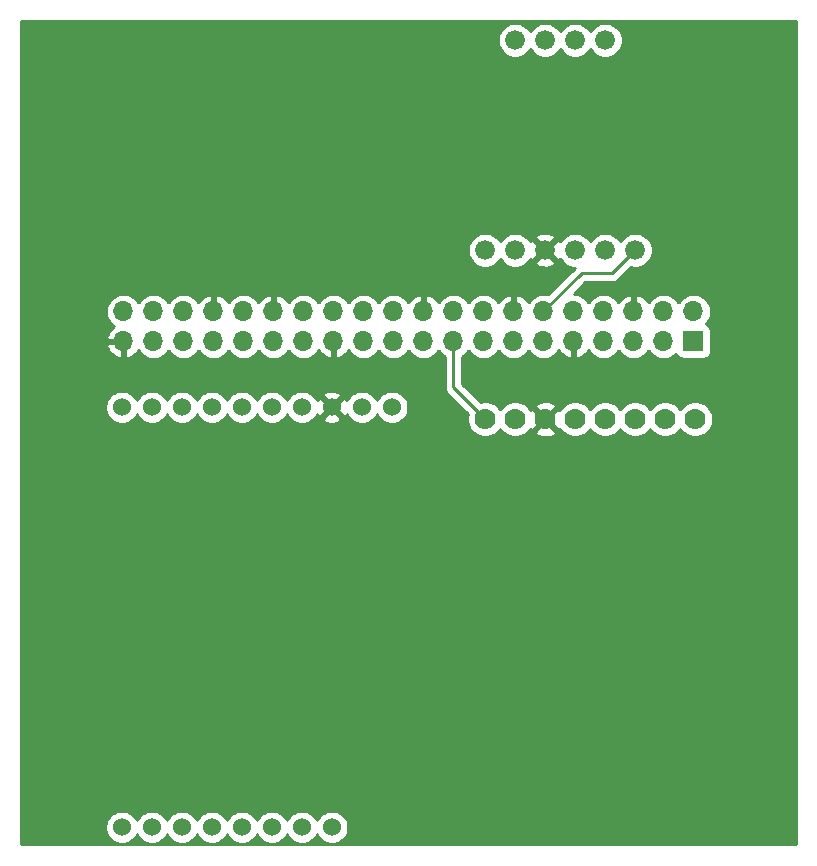
<source format=gbr>
G04 #@! TF.GenerationSoftware,KiCad,Pcbnew,(5.1.4)-1*
G04 #@! TF.CreationDate,2020-03-08T13:48:27-05:00*
G04 #@! TF.ProjectId,BigBrother,42696742-726f-4746-9865-722e6b696361,rev?*
G04 #@! TF.SameCoordinates,Original*
G04 #@! TF.FileFunction,Copper,L2,Bot*
G04 #@! TF.FilePolarity,Positive*
%FSLAX46Y46*%
G04 Gerber Fmt 4.6, Leading zero omitted, Abs format (unit mm)*
G04 Created by KiCad (PCBNEW (5.1.4)-1) date 2020-03-08 13:48:27*
%MOMM*%
%LPD*%
G04 APERTURE LIST*
%ADD10R,1.700000X1.700000*%
%ADD11O,1.700000X1.700000*%
%ADD12C,1.676400*%
%ADD13C,1.778000*%
%ADD14C,1.524000*%
%ADD15C,0.250000*%
%ADD16C,0.254000*%
G04 APERTURE END LIST*
D10*
X169625000Y-82775000D03*
D11*
X169625000Y-80235000D03*
X167085000Y-82775000D03*
X167085000Y-80235000D03*
X164545000Y-82775000D03*
X164545000Y-80235000D03*
X162005000Y-82775000D03*
X162005000Y-80235000D03*
X159465000Y-82775000D03*
X159465000Y-80235000D03*
X156925000Y-82775000D03*
X156925000Y-80235000D03*
X154385000Y-82775000D03*
X154385000Y-80235000D03*
X151845000Y-82775000D03*
X151845000Y-80235000D03*
X149305000Y-82775000D03*
X149305000Y-80235000D03*
X146765000Y-82775000D03*
X146765000Y-80235000D03*
X144225000Y-82775000D03*
X144225000Y-80235000D03*
X141685000Y-82775000D03*
X141685000Y-80235000D03*
X139145000Y-82775000D03*
X139145000Y-80235000D03*
X136605000Y-82775000D03*
X136605000Y-80235000D03*
X134065000Y-82775000D03*
X134065000Y-80235000D03*
X131525000Y-82775000D03*
X131525000Y-80235000D03*
X128985000Y-82775000D03*
X128985000Y-80235000D03*
X126445000Y-82775000D03*
X126445000Y-80235000D03*
X123905000Y-82775000D03*
X123905000Y-80235000D03*
X121365000Y-82775000D03*
X121365000Y-80235000D03*
D12*
X162145000Y-57270000D03*
X159605000Y-57270000D03*
X157065000Y-57270000D03*
X154525000Y-57270000D03*
X151985000Y-75050000D03*
X154525000Y-75050000D03*
X157065000Y-75050000D03*
X159605000Y-75050000D03*
X162145000Y-75050000D03*
X164685000Y-75050000D03*
D13*
X169773600Y-89357200D03*
X167233600Y-89357200D03*
X164693600Y-89357200D03*
X162153600Y-89357200D03*
X159613600Y-89357200D03*
X157073600Y-89357200D03*
X154533600Y-89357200D03*
X151993600Y-89357200D03*
D14*
X131394200Y-123901200D03*
X144094200Y-88341200D03*
X121234200Y-123901200D03*
X123774200Y-123901200D03*
X126314200Y-123901200D03*
X128854200Y-123901200D03*
X133934200Y-123901200D03*
X136474200Y-123901200D03*
X139014200Y-123901200D03*
X121234200Y-88341200D03*
X123774200Y-88341200D03*
X126314200Y-88341200D03*
X131394200Y-88341200D03*
X128854200Y-88341200D03*
X133934200Y-88341200D03*
X136474200Y-88341200D03*
X139014200Y-88341200D03*
X141554200Y-88341200D03*
D15*
X149305000Y-86668600D02*
X151993600Y-89357200D01*
X149305000Y-82775000D02*
X149305000Y-86668600D01*
X156925000Y-80235000D02*
X160160000Y-77000000D01*
X162735000Y-77000000D02*
X164685000Y-75050000D01*
X160160000Y-77000000D02*
X162735000Y-77000000D01*
D16*
G36*
X178315001Y-125315000D02*
G01*
X112685000Y-125315000D01*
X112685000Y-123763608D01*
X119837200Y-123763608D01*
X119837200Y-124038792D01*
X119890886Y-124308690D01*
X119996195Y-124562927D01*
X120149080Y-124791735D01*
X120343665Y-124986320D01*
X120572473Y-125139205D01*
X120826710Y-125244514D01*
X121096608Y-125298200D01*
X121371792Y-125298200D01*
X121641690Y-125244514D01*
X121895927Y-125139205D01*
X122124735Y-124986320D01*
X122319320Y-124791735D01*
X122472205Y-124562927D01*
X122504200Y-124485685D01*
X122536195Y-124562927D01*
X122689080Y-124791735D01*
X122883665Y-124986320D01*
X123112473Y-125139205D01*
X123366710Y-125244514D01*
X123636608Y-125298200D01*
X123911792Y-125298200D01*
X124181690Y-125244514D01*
X124435927Y-125139205D01*
X124664735Y-124986320D01*
X124859320Y-124791735D01*
X125012205Y-124562927D01*
X125044200Y-124485685D01*
X125076195Y-124562927D01*
X125229080Y-124791735D01*
X125423665Y-124986320D01*
X125652473Y-125139205D01*
X125906710Y-125244514D01*
X126176608Y-125298200D01*
X126451792Y-125298200D01*
X126721690Y-125244514D01*
X126975927Y-125139205D01*
X127204735Y-124986320D01*
X127399320Y-124791735D01*
X127552205Y-124562927D01*
X127584200Y-124485685D01*
X127616195Y-124562927D01*
X127769080Y-124791735D01*
X127963665Y-124986320D01*
X128192473Y-125139205D01*
X128446710Y-125244514D01*
X128716608Y-125298200D01*
X128991792Y-125298200D01*
X129261690Y-125244514D01*
X129515927Y-125139205D01*
X129744735Y-124986320D01*
X129939320Y-124791735D01*
X130092205Y-124562927D01*
X130124200Y-124485685D01*
X130156195Y-124562927D01*
X130309080Y-124791735D01*
X130503665Y-124986320D01*
X130732473Y-125139205D01*
X130986710Y-125244514D01*
X131256608Y-125298200D01*
X131531792Y-125298200D01*
X131801690Y-125244514D01*
X132055927Y-125139205D01*
X132284735Y-124986320D01*
X132479320Y-124791735D01*
X132632205Y-124562927D01*
X132664200Y-124485685D01*
X132696195Y-124562927D01*
X132849080Y-124791735D01*
X133043665Y-124986320D01*
X133272473Y-125139205D01*
X133526710Y-125244514D01*
X133796608Y-125298200D01*
X134071792Y-125298200D01*
X134341690Y-125244514D01*
X134595927Y-125139205D01*
X134824735Y-124986320D01*
X135019320Y-124791735D01*
X135172205Y-124562927D01*
X135204200Y-124485685D01*
X135236195Y-124562927D01*
X135389080Y-124791735D01*
X135583665Y-124986320D01*
X135812473Y-125139205D01*
X136066710Y-125244514D01*
X136336608Y-125298200D01*
X136611792Y-125298200D01*
X136881690Y-125244514D01*
X137135927Y-125139205D01*
X137364735Y-124986320D01*
X137559320Y-124791735D01*
X137712205Y-124562927D01*
X137744200Y-124485685D01*
X137776195Y-124562927D01*
X137929080Y-124791735D01*
X138123665Y-124986320D01*
X138352473Y-125139205D01*
X138606710Y-125244514D01*
X138876608Y-125298200D01*
X139151792Y-125298200D01*
X139421690Y-125244514D01*
X139675927Y-125139205D01*
X139904735Y-124986320D01*
X140099320Y-124791735D01*
X140252205Y-124562927D01*
X140357514Y-124308690D01*
X140411200Y-124038792D01*
X140411200Y-123763608D01*
X140357514Y-123493710D01*
X140252205Y-123239473D01*
X140099320Y-123010665D01*
X139904735Y-122816080D01*
X139675927Y-122663195D01*
X139421690Y-122557886D01*
X139151792Y-122504200D01*
X138876608Y-122504200D01*
X138606710Y-122557886D01*
X138352473Y-122663195D01*
X138123665Y-122816080D01*
X137929080Y-123010665D01*
X137776195Y-123239473D01*
X137744200Y-123316715D01*
X137712205Y-123239473D01*
X137559320Y-123010665D01*
X137364735Y-122816080D01*
X137135927Y-122663195D01*
X136881690Y-122557886D01*
X136611792Y-122504200D01*
X136336608Y-122504200D01*
X136066710Y-122557886D01*
X135812473Y-122663195D01*
X135583665Y-122816080D01*
X135389080Y-123010665D01*
X135236195Y-123239473D01*
X135204200Y-123316715D01*
X135172205Y-123239473D01*
X135019320Y-123010665D01*
X134824735Y-122816080D01*
X134595927Y-122663195D01*
X134341690Y-122557886D01*
X134071792Y-122504200D01*
X133796608Y-122504200D01*
X133526710Y-122557886D01*
X133272473Y-122663195D01*
X133043665Y-122816080D01*
X132849080Y-123010665D01*
X132696195Y-123239473D01*
X132664200Y-123316715D01*
X132632205Y-123239473D01*
X132479320Y-123010665D01*
X132284735Y-122816080D01*
X132055927Y-122663195D01*
X131801690Y-122557886D01*
X131531792Y-122504200D01*
X131256608Y-122504200D01*
X130986710Y-122557886D01*
X130732473Y-122663195D01*
X130503665Y-122816080D01*
X130309080Y-123010665D01*
X130156195Y-123239473D01*
X130124200Y-123316715D01*
X130092205Y-123239473D01*
X129939320Y-123010665D01*
X129744735Y-122816080D01*
X129515927Y-122663195D01*
X129261690Y-122557886D01*
X128991792Y-122504200D01*
X128716608Y-122504200D01*
X128446710Y-122557886D01*
X128192473Y-122663195D01*
X127963665Y-122816080D01*
X127769080Y-123010665D01*
X127616195Y-123239473D01*
X127584200Y-123316715D01*
X127552205Y-123239473D01*
X127399320Y-123010665D01*
X127204735Y-122816080D01*
X126975927Y-122663195D01*
X126721690Y-122557886D01*
X126451792Y-122504200D01*
X126176608Y-122504200D01*
X125906710Y-122557886D01*
X125652473Y-122663195D01*
X125423665Y-122816080D01*
X125229080Y-123010665D01*
X125076195Y-123239473D01*
X125044200Y-123316715D01*
X125012205Y-123239473D01*
X124859320Y-123010665D01*
X124664735Y-122816080D01*
X124435927Y-122663195D01*
X124181690Y-122557886D01*
X123911792Y-122504200D01*
X123636608Y-122504200D01*
X123366710Y-122557886D01*
X123112473Y-122663195D01*
X122883665Y-122816080D01*
X122689080Y-123010665D01*
X122536195Y-123239473D01*
X122504200Y-123316715D01*
X122472205Y-123239473D01*
X122319320Y-123010665D01*
X122124735Y-122816080D01*
X121895927Y-122663195D01*
X121641690Y-122557886D01*
X121371792Y-122504200D01*
X121096608Y-122504200D01*
X120826710Y-122557886D01*
X120572473Y-122663195D01*
X120343665Y-122816080D01*
X120149080Y-123010665D01*
X119996195Y-123239473D01*
X119890886Y-123493710D01*
X119837200Y-123763608D01*
X112685000Y-123763608D01*
X112685000Y-88203608D01*
X119837200Y-88203608D01*
X119837200Y-88478792D01*
X119890886Y-88748690D01*
X119996195Y-89002927D01*
X120149080Y-89231735D01*
X120343665Y-89426320D01*
X120572473Y-89579205D01*
X120826710Y-89684514D01*
X121096608Y-89738200D01*
X121371792Y-89738200D01*
X121641690Y-89684514D01*
X121895927Y-89579205D01*
X122124735Y-89426320D01*
X122319320Y-89231735D01*
X122472205Y-89002927D01*
X122504200Y-88925685D01*
X122536195Y-89002927D01*
X122689080Y-89231735D01*
X122883665Y-89426320D01*
X123112473Y-89579205D01*
X123366710Y-89684514D01*
X123636608Y-89738200D01*
X123911792Y-89738200D01*
X124181690Y-89684514D01*
X124435927Y-89579205D01*
X124664735Y-89426320D01*
X124859320Y-89231735D01*
X125012205Y-89002927D01*
X125044200Y-88925685D01*
X125076195Y-89002927D01*
X125229080Y-89231735D01*
X125423665Y-89426320D01*
X125652473Y-89579205D01*
X125906710Y-89684514D01*
X126176608Y-89738200D01*
X126451792Y-89738200D01*
X126721690Y-89684514D01*
X126975927Y-89579205D01*
X127204735Y-89426320D01*
X127399320Y-89231735D01*
X127552205Y-89002927D01*
X127584200Y-88925685D01*
X127616195Y-89002927D01*
X127769080Y-89231735D01*
X127963665Y-89426320D01*
X128192473Y-89579205D01*
X128446710Y-89684514D01*
X128716608Y-89738200D01*
X128991792Y-89738200D01*
X129261690Y-89684514D01*
X129515927Y-89579205D01*
X129744735Y-89426320D01*
X129939320Y-89231735D01*
X130092205Y-89002927D01*
X130124200Y-88925685D01*
X130156195Y-89002927D01*
X130309080Y-89231735D01*
X130503665Y-89426320D01*
X130732473Y-89579205D01*
X130986710Y-89684514D01*
X131256608Y-89738200D01*
X131531792Y-89738200D01*
X131801690Y-89684514D01*
X132055927Y-89579205D01*
X132284735Y-89426320D01*
X132479320Y-89231735D01*
X132632205Y-89002927D01*
X132664200Y-88925685D01*
X132696195Y-89002927D01*
X132849080Y-89231735D01*
X133043665Y-89426320D01*
X133272473Y-89579205D01*
X133526710Y-89684514D01*
X133796608Y-89738200D01*
X134071792Y-89738200D01*
X134341690Y-89684514D01*
X134595927Y-89579205D01*
X134824735Y-89426320D01*
X135019320Y-89231735D01*
X135172205Y-89002927D01*
X135204200Y-88925685D01*
X135236195Y-89002927D01*
X135389080Y-89231735D01*
X135583665Y-89426320D01*
X135812473Y-89579205D01*
X136066710Y-89684514D01*
X136336608Y-89738200D01*
X136611792Y-89738200D01*
X136881690Y-89684514D01*
X137135927Y-89579205D01*
X137364735Y-89426320D01*
X137484290Y-89306765D01*
X138228240Y-89306765D01*
X138295220Y-89546856D01*
X138544248Y-89663956D01*
X138811335Y-89730223D01*
X139086217Y-89743110D01*
X139358333Y-89702122D01*
X139617223Y-89608836D01*
X139733180Y-89546856D01*
X139800160Y-89306765D01*
X139014200Y-88520805D01*
X138228240Y-89306765D01*
X137484290Y-89306765D01*
X137559320Y-89231735D01*
X137712205Y-89002927D01*
X137741892Y-88931257D01*
X137746564Y-88944223D01*
X137808544Y-89060180D01*
X138048635Y-89127160D01*
X138834595Y-88341200D01*
X139193805Y-88341200D01*
X139979765Y-89127160D01*
X140219856Y-89060180D01*
X140283685Y-88924440D01*
X140316195Y-89002927D01*
X140469080Y-89231735D01*
X140663665Y-89426320D01*
X140892473Y-89579205D01*
X141146710Y-89684514D01*
X141416608Y-89738200D01*
X141691792Y-89738200D01*
X141961690Y-89684514D01*
X142215927Y-89579205D01*
X142444735Y-89426320D01*
X142639320Y-89231735D01*
X142792205Y-89002927D01*
X142824200Y-88925685D01*
X142856195Y-89002927D01*
X143009080Y-89231735D01*
X143203665Y-89426320D01*
X143432473Y-89579205D01*
X143686710Y-89684514D01*
X143956608Y-89738200D01*
X144231792Y-89738200D01*
X144501690Y-89684514D01*
X144755927Y-89579205D01*
X144984735Y-89426320D01*
X145179320Y-89231735D01*
X145332205Y-89002927D01*
X145437514Y-88748690D01*
X145491200Y-88478792D01*
X145491200Y-88203608D01*
X145437514Y-87933710D01*
X145332205Y-87679473D01*
X145179320Y-87450665D01*
X144984735Y-87256080D01*
X144755927Y-87103195D01*
X144501690Y-86997886D01*
X144231792Y-86944200D01*
X143956608Y-86944200D01*
X143686710Y-86997886D01*
X143432473Y-87103195D01*
X143203665Y-87256080D01*
X143009080Y-87450665D01*
X142856195Y-87679473D01*
X142824200Y-87756715D01*
X142792205Y-87679473D01*
X142639320Y-87450665D01*
X142444735Y-87256080D01*
X142215927Y-87103195D01*
X141961690Y-86997886D01*
X141691792Y-86944200D01*
X141416608Y-86944200D01*
X141146710Y-86997886D01*
X140892473Y-87103195D01*
X140663665Y-87256080D01*
X140469080Y-87450665D01*
X140316195Y-87679473D01*
X140286508Y-87751143D01*
X140281836Y-87738177D01*
X140219856Y-87622220D01*
X139979765Y-87555240D01*
X139193805Y-88341200D01*
X138834595Y-88341200D01*
X138048635Y-87555240D01*
X137808544Y-87622220D01*
X137744715Y-87757960D01*
X137712205Y-87679473D01*
X137559320Y-87450665D01*
X137484290Y-87375635D01*
X138228240Y-87375635D01*
X139014200Y-88161595D01*
X139800160Y-87375635D01*
X139733180Y-87135544D01*
X139484152Y-87018444D01*
X139217065Y-86952177D01*
X138942183Y-86939290D01*
X138670067Y-86980278D01*
X138411177Y-87073564D01*
X138295220Y-87135544D01*
X138228240Y-87375635D01*
X137484290Y-87375635D01*
X137364735Y-87256080D01*
X137135927Y-87103195D01*
X136881690Y-86997886D01*
X136611792Y-86944200D01*
X136336608Y-86944200D01*
X136066710Y-86997886D01*
X135812473Y-87103195D01*
X135583665Y-87256080D01*
X135389080Y-87450665D01*
X135236195Y-87679473D01*
X135204200Y-87756715D01*
X135172205Y-87679473D01*
X135019320Y-87450665D01*
X134824735Y-87256080D01*
X134595927Y-87103195D01*
X134341690Y-86997886D01*
X134071792Y-86944200D01*
X133796608Y-86944200D01*
X133526710Y-86997886D01*
X133272473Y-87103195D01*
X133043665Y-87256080D01*
X132849080Y-87450665D01*
X132696195Y-87679473D01*
X132664200Y-87756715D01*
X132632205Y-87679473D01*
X132479320Y-87450665D01*
X132284735Y-87256080D01*
X132055927Y-87103195D01*
X131801690Y-86997886D01*
X131531792Y-86944200D01*
X131256608Y-86944200D01*
X130986710Y-86997886D01*
X130732473Y-87103195D01*
X130503665Y-87256080D01*
X130309080Y-87450665D01*
X130156195Y-87679473D01*
X130124200Y-87756715D01*
X130092205Y-87679473D01*
X129939320Y-87450665D01*
X129744735Y-87256080D01*
X129515927Y-87103195D01*
X129261690Y-86997886D01*
X128991792Y-86944200D01*
X128716608Y-86944200D01*
X128446710Y-86997886D01*
X128192473Y-87103195D01*
X127963665Y-87256080D01*
X127769080Y-87450665D01*
X127616195Y-87679473D01*
X127584200Y-87756715D01*
X127552205Y-87679473D01*
X127399320Y-87450665D01*
X127204735Y-87256080D01*
X126975927Y-87103195D01*
X126721690Y-86997886D01*
X126451792Y-86944200D01*
X126176608Y-86944200D01*
X125906710Y-86997886D01*
X125652473Y-87103195D01*
X125423665Y-87256080D01*
X125229080Y-87450665D01*
X125076195Y-87679473D01*
X125044200Y-87756715D01*
X125012205Y-87679473D01*
X124859320Y-87450665D01*
X124664735Y-87256080D01*
X124435927Y-87103195D01*
X124181690Y-86997886D01*
X123911792Y-86944200D01*
X123636608Y-86944200D01*
X123366710Y-86997886D01*
X123112473Y-87103195D01*
X122883665Y-87256080D01*
X122689080Y-87450665D01*
X122536195Y-87679473D01*
X122504200Y-87756715D01*
X122472205Y-87679473D01*
X122319320Y-87450665D01*
X122124735Y-87256080D01*
X121895927Y-87103195D01*
X121641690Y-86997886D01*
X121371792Y-86944200D01*
X121096608Y-86944200D01*
X120826710Y-86997886D01*
X120572473Y-87103195D01*
X120343665Y-87256080D01*
X120149080Y-87450665D01*
X119996195Y-87679473D01*
X119890886Y-87933710D01*
X119837200Y-88203608D01*
X112685000Y-88203608D01*
X112685000Y-83131891D01*
X119923519Y-83131891D01*
X120020843Y-83406252D01*
X120169822Y-83656355D01*
X120364731Y-83872588D01*
X120598080Y-84046641D01*
X120860901Y-84171825D01*
X121008110Y-84216476D01*
X121238000Y-84095155D01*
X121238000Y-82902000D01*
X120044186Y-82902000D01*
X119923519Y-83131891D01*
X112685000Y-83131891D01*
X112685000Y-80235000D01*
X119872815Y-80235000D01*
X119901487Y-80526111D01*
X119986401Y-80806034D01*
X120124294Y-81064014D01*
X120309866Y-81290134D01*
X120535986Y-81475706D01*
X120593756Y-81506584D01*
X120364731Y-81677412D01*
X120169822Y-81893645D01*
X120020843Y-82143748D01*
X119923519Y-82418109D01*
X120044186Y-82648000D01*
X121238000Y-82648000D01*
X121238000Y-82628000D01*
X121492000Y-82628000D01*
X121492000Y-82648000D01*
X121512000Y-82648000D01*
X121512000Y-82902000D01*
X121492000Y-82902000D01*
X121492000Y-84095155D01*
X121721890Y-84216476D01*
X121869099Y-84171825D01*
X122131920Y-84046641D01*
X122365269Y-83872588D01*
X122560178Y-83656355D01*
X122629799Y-83539477D01*
X122664294Y-83604014D01*
X122849866Y-83830134D01*
X123075986Y-84015706D01*
X123333966Y-84153599D01*
X123613889Y-84238513D01*
X123832050Y-84260000D01*
X123977950Y-84260000D01*
X124196111Y-84238513D01*
X124476034Y-84153599D01*
X124734014Y-84015706D01*
X124960134Y-83830134D01*
X125145706Y-83604014D01*
X125175000Y-83549209D01*
X125204294Y-83604014D01*
X125389866Y-83830134D01*
X125615986Y-84015706D01*
X125873966Y-84153599D01*
X126153889Y-84238513D01*
X126372050Y-84260000D01*
X126517950Y-84260000D01*
X126736111Y-84238513D01*
X127016034Y-84153599D01*
X127274014Y-84015706D01*
X127500134Y-83830134D01*
X127685706Y-83604014D01*
X127715000Y-83549209D01*
X127744294Y-83604014D01*
X127929866Y-83830134D01*
X128155986Y-84015706D01*
X128413966Y-84153599D01*
X128693889Y-84238513D01*
X128912050Y-84260000D01*
X129057950Y-84260000D01*
X129276111Y-84238513D01*
X129556034Y-84153599D01*
X129814014Y-84015706D01*
X130040134Y-83830134D01*
X130225706Y-83604014D01*
X130255000Y-83549209D01*
X130284294Y-83604014D01*
X130469866Y-83830134D01*
X130695986Y-84015706D01*
X130953966Y-84153599D01*
X131233889Y-84238513D01*
X131452050Y-84260000D01*
X131597950Y-84260000D01*
X131816111Y-84238513D01*
X132096034Y-84153599D01*
X132354014Y-84015706D01*
X132580134Y-83830134D01*
X132765706Y-83604014D01*
X132795000Y-83549209D01*
X132824294Y-83604014D01*
X133009866Y-83830134D01*
X133235986Y-84015706D01*
X133493966Y-84153599D01*
X133773889Y-84238513D01*
X133992050Y-84260000D01*
X134137950Y-84260000D01*
X134356111Y-84238513D01*
X134636034Y-84153599D01*
X134894014Y-84015706D01*
X135120134Y-83830134D01*
X135305706Y-83604014D01*
X135335000Y-83549209D01*
X135364294Y-83604014D01*
X135549866Y-83830134D01*
X135775986Y-84015706D01*
X136033966Y-84153599D01*
X136313889Y-84238513D01*
X136532050Y-84260000D01*
X136677950Y-84260000D01*
X136896111Y-84238513D01*
X137176034Y-84153599D01*
X137434014Y-84015706D01*
X137660134Y-83830134D01*
X137845706Y-83604014D01*
X137880201Y-83539477D01*
X137949822Y-83656355D01*
X138144731Y-83872588D01*
X138378080Y-84046641D01*
X138640901Y-84171825D01*
X138788110Y-84216476D01*
X139018000Y-84095155D01*
X139018000Y-82902000D01*
X138998000Y-82902000D01*
X138998000Y-82648000D01*
X139018000Y-82648000D01*
X139018000Y-82628000D01*
X139272000Y-82628000D01*
X139272000Y-82648000D01*
X139292000Y-82648000D01*
X139292000Y-82902000D01*
X139272000Y-82902000D01*
X139272000Y-84095155D01*
X139501890Y-84216476D01*
X139649099Y-84171825D01*
X139911920Y-84046641D01*
X140145269Y-83872588D01*
X140340178Y-83656355D01*
X140409799Y-83539477D01*
X140444294Y-83604014D01*
X140629866Y-83830134D01*
X140855986Y-84015706D01*
X141113966Y-84153599D01*
X141393889Y-84238513D01*
X141612050Y-84260000D01*
X141757950Y-84260000D01*
X141976111Y-84238513D01*
X142256034Y-84153599D01*
X142514014Y-84015706D01*
X142740134Y-83830134D01*
X142925706Y-83604014D01*
X142955000Y-83549209D01*
X142984294Y-83604014D01*
X143169866Y-83830134D01*
X143395986Y-84015706D01*
X143653966Y-84153599D01*
X143933889Y-84238513D01*
X144152050Y-84260000D01*
X144297950Y-84260000D01*
X144516111Y-84238513D01*
X144796034Y-84153599D01*
X145054014Y-84015706D01*
X145280134Y-83830134D01*
X145465706Y-83604014D01*
X145495000Y-83549209D01*
X145524294Y-83604014D01*
X145709866Y-83830134D01*
X145935986Y-84015706D01*
X146193966Y-84153599D01*
X146473889Y-84238513D01*
X146692050Y-84260000D01*
X146837950Y-84260000D01*
X147056111Y-84238513D01*
X147336034Y-84153599D01*
X147594014Y-84015706D01*
X147820134Y-83830134D01*
X148005706Y-83604014D01*
X148035000Y-83549209D01*
X148064294Y-83604014D01*
X148249866Y-83830134D01*
X148475986Y-84015706D01*
X148545000Y-84052595D01*
X148545001Y-86631268D01*
X148541324Y-86668600D01*
X148555998Y-86817585D01*
X148599454Y-86960846D01*
X148670026Y-87092876D01*
X148741201Y-87179602D01*
X148765000Y-87208601D01*
X148793998Y-87232399D01*
X150519223Y-88957625D01*
X150469600Y-89207099D01*
X150469600Y-89507301D01*
X150528166Y-89801734D01*
X150643049Y-90079085D01*
X150809832Y-90328693D01*
X151022107Y-90540968D01*
X151271715Y-90707751D01*
X151549066Y-90822634D01*
X151843499Y-90881200D01*
X152143701Y-90881200D01*
X152438134Y-90822634D01*
X152715485Y-90707751D01*
X152965093Y-90540968D01*
X153177368Y-90328693D01*
X153263600Y-90199638D01*
X153349832Y-90328693D01*
X153562107Y-90540968D01*
X153811715Y-90707751D01*
X154089066Y-90822634D01*
X154383499Y-90881200D01*
X154683701Y-90881200D01*
X154978134Y-90822634D01*
X155255485Y-90707751D01*
X155505093Y-90540968D01*
X155632630Y-90413431D01*
X156196974Y-90413431D01*
X156279327Y-90666489D01*
X156550018Y-90796286D01*
X156840830Y-90870780D01*
X157140588Y-90887108D01*
X157437771Y-90844643D01*
X157720959Y-90745016D01*
X157867873Y-90666489D01*
X157950226Y-90413431D01*
X157073600Y-89536805D01*
X156196974Y-90413431D01*
X155632630Y-90413431D01*
X155717368Y-90328693D01*
X155823017Y-90170578D01*
X156017369Y-90233826D01*
X156893995Y-89357200D01*
X157253205Y-89357200D01*
X158129831Y-90233826D01*
X158324183Y-90170578D01*
X158429832Y-90328693D01*
X158642107Y-90540968D01*
X158891715Y-90707751D01*
X159169066Y-90822634D01*
X159463499Y-90881200D01*
X159763701Y-90881200D01*
X160058134Y-90822634D01*
X160335485Y-90707751D01*
X160585093Y-90540968D01*
X160797368Y-90328693D01*
X160883600Y-90199638D01*
X160969832Y-90328693D01*
X161182107Y-90540968D01*
X161431715Y-90707751D01*
X161709066Y-90822634D01*
X162003499Y-90881200D01*
X162303701Y-90881200D01*
X162598134Y-90822634D01*
X162875485Y-90707751D01*
X163125093Y-90540968D01*
X163337368Y-90328693D01*
X163423600Y-90199638D01*
X163509832Y-90328693D01*
X163722107Y-90540968D01*
X163971715Y-90707751D01*
X164249066Y-90822634D01*
X164543499Y-90881200D01*
X164843701Y-90881200D01*
X165138134Y-90822634D01*
X165415485Y-90707751D01*
X165665093Y-90540968D01*
X165877368Y-90328693D01*
X165963600Y-90199638D01*
X166049832Y-90328693D01*
X166262107Y-90540968D01*
X166511715Y-90707751D01*
X166789066Y-90822634D01*
X167083499Y-90881200D01*
X167383701Y-90881200D01*
X167678134Y-90822634D01*
X167955485Y-90707751D01*
X168205093Y-90540968D01*
X168417368Y-90328693D01*
X168503600Y-90199638D01*
X168589832Y-90328693D01*
X168802107Y-90540968D01*
X169051715Y-90707751D01*
X169329066Y-90822634D01*
X169623499Y-90881200D01*
X169923701Y-90881200D01*
X170218134Y-90822634D01*
X170495485Y-90707751D01*
X170745093Y-90540968D01*
X170957368Y-90328693D01*
X171124151Y-90079085D01*
X171239034Y-89801734D01*
X171297600Y-89507301D01*
X171297600Y-89207099D01*
X171239034Y-88912666D01*
X171124151Y-88635315D01*
X170957368Y-88385707D01*
X170745093Y-88173432D01*
X170495485Y-88006649D01*
X170218134Y-87891766D01*
X169923701Y-87833200D01*
X169623499Y-87833200D01*
X169329066Y-87891766D01*
X169051715Y-88006649D01*
X168802107Y-88173432D01*
X168589832Y-88385707D01*
X168503600Y-88514762D01*
X168417368Y-88385707D01*
X168205093Y-88173432D01*
X167955485Y-88006649D01*
X167678134Y-87891766D01*
X167383701Y-87833200D01*
X167083499Y-87833200D01*
X166789066Y-87891766D01*
X166511715Y-88006649D01*
X166262107Y-88173432D01*
X166049832Y-88385707D01*
X165963600Y-88514762D01*
X165877368Y-88385707D01*
X165665093Y-88173432D01*
X165415485Y-88006649D01*
X165138134Y-87891766D01*
X164843701Y-87833200D01*
X164543499Y-87833200D01*
X164249066Y-87891766D01*
X163971715Y-88006649D01*
X163722107Y-88173432D01*
X163509832Y-88385707D01*
X163423600Y-88514762D01*
X163337368Y-88385707D01*
X163125093Y-88173432D01*
X162875485Y-88006649D01*
X162598134Y-87891766D01*
X162303701Y-87833200D01*
X162003499Y-87833200D01*
X161709066Y-87891766D01*
X161431715Y-88006649D01*
X161182107Y-88173432D01*
X160969832Y-88385707D01*
X160883600Y-88514762D01*
X160797368Y-88385707D01*
X160585093Y-88173432D01*
X160335485Y-88006649D01*
X160058134Y-87891766D01*
X159763701Y-87833200D01*
X159463499Y-87833200D01*
X159169066Y-87891766D01*
X158891715Y-88006649D01*
X158642107Y-88173432D01*
X158429832Y-88385707D01*
X158324183Y-88543822D01*
X158129831Y-88480574D01*
X157253205Y-89357200D01*
X156893995Y-89357200D01*
X156017369Y-88480574D01*
X155823017Y-88543822D01*
X155717368Y-88385707D01*
X155632630Y-88300969D01*
X156196974Y-88300969D01*
X157073600Y-89177595D01*
X157950226Y-88300969D01*
X157867873Y-88047911D01*
X157597182Y-87918114D01*
X157306370Y-87843620D01*
X157006612Y-87827292D01*
X156709429Y-87869757D01*
X156426241Y-87969384D01*
X156279327Y-88047911D01*
X156196974Y-88300969D01*
X155632630Y-88300969D01*
X155505093Y-88173432D01*
X155255485Y-88006649D01*
X154978134Y-87891766D01*
X154683701Y-87833200D01*
X154383499Y-87833200D01*
X154089066Y-87891766D01*
X153811715Y-88006649D01*
X153562107Y-88173432D01*
X153349832Y-88385707D01*
X153263600Y-88514762D01*
X153177368Y-88385707D01*
X152965093Y-88173432D01*
X152715485Y-88006649D01*
X152438134Y-87891766D01*
X152143701Y-87833200D01*
X151843499Y-87833200D01*
X151594025Y-87882823D01*
X150065000Y-86353799D01*
X150065000Y-84052595D01*
X150134014Y-84015706D01*
X150360134Y-83830134D01*
X150545706Y-83604014D01*
X150575000Y-83549209D01*
X150604294Y-83604014D01*
X150789866Y-83830134D01*
X151015986Y-84015706D01*
X151273966Y-84153599D01*
X151553889Y-84238513D01*
X151772050Y-84260000D01*
X151917950Y-84260000D01*
X152136111Y-84238513D01*
X152416034Y-84153599D01*
X152674014Y-84015706D01*
X152900134Y-83830134D01*
X153085706Y-83604014D01*
X153115000Y-83549209D01*
X153144294Y-83604014D01*
X153329866Y-83830134D01*
X153555986Y-84015706D01*
X153813966Y-84153599D01*
X154093889Y-84238513D01*
X154312050Y-84260000D01*
X154457950Y-84260000D01*
X154676111Y-84238513D01*
X154956034Y-84153599D01*
X155214014Y-84015706D01*
X155440134Y-83830134D01*
X155625706Y-83604014D01*
X155655000Y-83549209D01*
X155684294Y-83604014D01*
X155869866Y-83830134D01*
X156095986Y-84015706D01*
X156353966Y-84153599D01*
X156633889Y-84238513D01*
X156852050Y-84260000D01*
X156997950Y-84260000D01*
X157216111Y-84238513D01*
X157496034Y-84153599D01*
X157754014Y-84015706D01*
X157980134Y-83830134D01*
X158165706Y-83604014D01*
X158200201Y-83539477D01*
X158269822Y-83656355D01*
X158464731Y-83872588D01*
X158698080Y-84046641D01*
X158960901Y-84171825D01*
X159108110Y-84216476D01*
X159338000Y-84095155D01*
X159338000Y-82902000D01*
X159318000Y-82902000D01*
X159318000Y-82648000D01*
X159338000Y-82648000D01*
X159338000Y-82628000D01*
X159592000Y-82628000D01*
X159592000Y-82648000D01*
X159612000Y-82648000D01*
X159612000Y-82902000D01*
X159592000Y-82902000D01*
X159592000Y-84095155D01*
X159821890Y-84216476D01*
X159969099Y-84171825D01*
X160231920Y-84046641D01*
X160465269Y-83872588D01*
X160660178Y-83656355D01*
X160729799Y-83539477D01*
X160764294Y-83604014D01*
X160949866Y-83830134D01*
X161175986Y-84015706D01*
X161433966Y-84153599D01*
X161713889Y-84238513D01*
X161932050Y-84260000D01*
X162077950Y-84260000D01*
X162296111Y-84238513D01*
X162576034Y-84153599D01*
X162834014Y-84015706D01*
X163060134Y-83830134D01*
X163245706Y-83604014D01*
X163275000Y-83549209D01*
X163304294Y-83604014D01*
X163489866Y-83830134D01*
X163715986Y-84015706D01*
X163973966Y-84153599D01*
X164253889Y-84238513D01*
X164472050Y-84260000D01*
X164617950Y-84260000D01*
X164836111Y-84238513D01*
X165116034Y-84153599D01*
X165374014Y-84015706D01*
X165600134Y-83830134D01*
X165785706Y-83604014D01*
X165815000Y-83549209D01*
X165844294Y-83604014D01*
X166029866Y-83830134D01*
X166255986Y-84015706D01*
X166513966Y-84153599D01*
X166793889Y-84238513D01*
X167012050Y-84260000D01*
X167157950Y-84260000D01*
X167376111Y-84238513D01*
X167656034Y-84153599D01*
X167914014Y-84015706D01*
X168140134Y-83830134D01*
X168164607Y-83800313D01*
X168185498Y-83869180D01*
X168244463Y-83979494D01*
X168323815Y-84076185D01*
X168420506Y-84155537D01*
X168530820Y-84214502D01*
X168650518Y-84250812D01*
X168775000Y-84263072D01*
X170475000Y-84263072D01*
X170599482Y-84250812D01*
X170719180Y-84214502D01*
X170829494Y-84155537D01*
X170926185Y-84076185D01*
X171005537Y-83979494D01*
X171064502Y-83869180D01*
X171100812Y-83749482D01*
X171113072Y-83625000D01*
X171113072Y-81925000D01*
X171100812Y-81800518D01*
X171064502Y-81680820D01*
X171005537Y-81570506D01*
X170926185Y-81473815D01*
X170829494Y-81394463D01*
X170719180Y-81335498D01*
X170650313Y-81314607D01*
X170680134Y-81290134D01*
X170865706Y-81064014D01*
X171003599Y-80806034D01*
X171088513Y-80526111D01*
X171117185Y-80235000D01*
X171088513Y-79943889D01*
X171003599Y-79663966D01*
X170865706Y-79405986D01*
X170680134Y-79179866D01*
X170454014Y-78994294D01*
X170196034Y-78856401D01*
X169916111Y-78771487D01*
X169697950Y-78750000D01*
X169552050Y-78750000D01*
X169333889Y-78771487D01*
X169053966Y-78856401D01*
X168795986Y-78994294D01*
X168569866Y-79179866D01*
X168384294Y-79405986D01*
X168355000Y-79460791D01*
X168325706Y-79405986D01*
X168140134Y-79179866D01*
X167914014Y-78994294D01*
X167656034Y-78856401D01*
X167376111Y-78771487D01*
X167157950Y-78750000D01*
X167012050Y-78750000D01*
X166793889Y-78771487D01*
X166513966Y-78856401D01*
X166255986Y-78994294D01*
X166029866Y-79179866D01*
X165844294Y-79405986D01*
X165809799Y-79470523D01*
X165740178Y-79353645D01*
X165545269Y-79137412D01*
X165311920Y-78963359D01*
X165049099Y-78838175D01*
X164901890Y-78793524D01*
X164672000Y-78914845D01*
X164672000Y-80108000D01*
X164692000Y-80108000D01*
X164692000Y-80362000D01*
X164672000Y-80362000D01*
X164672000Y-80382000D01*
X164418000Y-80382000D01*
X164418000Y-80362000D01*
X164398000Y-80362000D01*
X164398000Y-80108000D01*
X164418000Y-80108000D01*
X164418000Y-78914845D01*
X164188110Y-78793524D01*
X164040901Y-78838175D01*
X163778080Y-78963359D01*
X163544731Y-79137412D01*
X163349822Y-79353645D01*
X163280201Y-79470523D01*
X163245706Y-79405986D01*
X163060134Y-79179866D01*
X162834014Y-78994294D01*
X162576034Y-78856401D01*
X162296111Y-78771487D01*
X162077950Y-78750000D01*
X161932050Y-78750000D01*
X161713889Y-78771487D01*
X161433966Y-78856401D01*
X161175986Y-78994294D01*
X160949866Y-79179866D01*
X160764294Y-79405986D01*
X160735000Y-79460791D01*
X160705706Y-79405986D01*
X160520134Y-79179866D01*
X160294014Y-78994294D01*
X160036034Y-78856401D01*
X159756111Y-78771487D01*
X159537950Y-78750000D01*
X159484802Y-78750000D01*
X160474802Y-77760000D01*
X162697678Y-77760000D01*
X162735000Y-77763676D01*
X162772322Y-77760000D01*
X162772333Y-77760000D01*
X162883986Y-77749003D01*
X163027247Y-77705546D01*
X163159276Y-77634974D01*
X163275001Y-77540001D01*
X163298804Y-77510998D01*
X164328627Y-76481175D01*
X164539902Y-76523200D01*
X164830098Y-76523200D01*
X165114717Y-76466586D01*
X165382822Y-76355533D01*
X165624110Y-76194309D01*
X165829309Y-75989110D01*
X165990533Y-75747822D01*
X166101586Y-75479717D01*
X166158200Y-75195098D01*
X166158200Y-74904902D01*
X166101586Y-74620283D01*
X165990533Y-74352178D01*
X165829309Y-74110890D01*
X165624110Y-73905691D01*
X165382822Y-73744467D01*
X165114717Y-73633414D01*
X164830098Y-73576800D01*
X164539902Y-73576800D01*
X164255283Y-73633414D01*
X163987178Y-73744467D01*
X163745890Y-73905691D01*
X163540691Y-74110890D01*
X163415000Y-74298999D01*
X163289309Y-74110890D01*
X163084110Y-73905691D01*
X162842822Y-73744467D01*
X162574717Y-73633414D01*
X162290098Y-73576800D01*
X161999902Y-73576800D01*
X161715283Y-73633414D01*
X161447178Y-73744467D01*
X161205890Y-73905691D01*
X161000691Y-74110890D01*
X160875000Y-74298999D01*
X160749309Y-74110890D01*
X160544110Y-73905691D01*
X160302822Y-73744467D01*
X160034717Y-73633414D01*
X159750098Y-73576800D01*
X159459902Y-73576800D01*
X159175283Y-73633414D01*
X158907178Y-73744467D01*
X158665890Y-73905691D01*
X158460691Y-74110890D01*
X158337711Y-74294943D01*
X158332844Y-74285838D01*
X158084975Y-74209630D01*
X157244605Y-75050000D01*
X158084975Y-75890370D01*
X158332844Y-75814162D01*
X158337399Y-75804592D01*
X158460691Y-75989110D01*
X158665890Y-76194309D01*
X158907178Y-76355533D01*
X159175283Y-76466586D01*
X159459902Y-76523200D01*
X159561998Y-76523200D01*
X157290996Y-78794203D01*
X157216111Y-78771487D01*
X156997950Y-78750000D01*
X156852050Y-78750000D01*
X156633889Y-78771487D01*
X156353966Y-78856401D01*
X156095986Y-78994294D01*
X155869866Y-79179866D01*
X155684294Y-79405986D01*
X155649799Y-79470523D01*
X155580178Y-79353645D01*
X155385269Y-79137412D01*
X155151920Y-78963359D01*
X154889099Y-78838175D01*
X154741890Y-78793524D01*
X154512000Y-78914845D01*
X154512000Y-80108000D01*
X154532000Y-80108000D01*
X154532000Y-80362000D01*
X154512000Y-80362000D01*
X154512000Y-80382000D01*
X154258000Y-80382000D01*
X154258000Y-80362000D01*
X154238000Y-80362000D01*
X154238000Y-80108000D01*
X154258000Y-80108000D01*
X154258000Y-78914845D01*
X154028110Y-78793524D01*
X153880901Y-78838175D01*
X153618080Y-78963359D01*
X153384731Y-79137412D01*
X153189822Y-79353645D01*
X153120201Y-79470523D01*
X153085706Y-79405986D01*
X152900134Y-79179866D01*
X152674014Y-78994294D01*
X152416034Y-78856401D01*
X152136111Y-78771487D01*
X151917950Y-78750000D01*
X151772050Y-78750000D01*
X151553889Y-78771487D01*
X151273966Y-78856401D01*
X151015986Y-78994294D01*
X150789866Y-79179866D01*
X150604294Y-79405986D01*
X150575000Y-79460791D01*
X150545706Y-79405986D01*
X150360134Y-79179866D01*
X150134014Y-78994294D01*
X149876034Y-78856401D01*
X149596111Y-78771487D01*
X149377950Y-78750000D01*
X149232050Y-78750000D01*
X149013889Y-78771487D01*
X148733966Y-78856401D01*
X148475986Y-78994294D01*
X148249866Y-79179866D01*
X148064294Y-79405986D01*
X148029799Y-79470523D01*
X147960178Y-79353645D01*
X147765269Y-79137412D01*
X147531920Y-78963359D01*
X147269099Y-78838175D01*
X147121890Y-78793524D01*
X146892000Y-78914845D01*
X146892000Y-80108000D01*
X146912000Y-80108000D01*
X146912000Y-80362000D01*
X146892000Y-80362000D01*
X146892000Y-80382000D01*
X146638000Y-80382000D01*
X146638000Y-80362000D01*
X146618000Y-80362000D01*
X146618000Y-80108000D01*
X146638000Y-80108000D01*
X146638000Y-78914845D01*
X146408110Y-78793524D01*
X146260901Y-78838175D01*
X145998080Y-78963359D01*
X145764731Y-79137412D01*
X145569822Y-79353645D01*
X145500201Y-79470523D01*
X145465706Y-79405986D01*
X145280134Y-79179866D01*
X145054014Y-78994294D01*
X144796034Y-78856401D01*
X144516111Y-78771487D01*
X144297950Y-78750000D01*
X144152050Y-78750000D01*
X143933889Y-78771487D01*
X143653966Y-78856401D01*
X143395986Y-78994294D01*
X143169866Y-79179866D01*
X142984294Y-79405986D01*
X142955000Y-79460791D01*
X142925706Y-79405986D01*
X142740134Y-79179866D01*
X142514014Y-78994294D01*
X142256034Y-78856401D01*
X141976111Y-78771487D01*
X141757950Y-78750000D01*
X141612050Y-78750000D01*
X141393889Y-78771487D01*
X141113966Y-78856401D01*
X140855986Y-78994294D01*
X140629866Y-79179866D01*
X140444294Y-79405986D01*
X140415000Y-79460791D01*
X140385706Y-79405986D01*
X140200134Y-79179866D01*
X139974014Y-78994294D01*
X139716034Y-78856401D01*
X139436111Y-78771487D01*
X139217950Y-78750000D01*
X139072050Y-78750000D01*
X138853889Y-78771487D01*
X138573966Y-78856401D01*
X138315986Y-78994294D01*
X138089866Y-79179866D01*
X137904294Y-79405986D01*
X137875000Y-79460791D01*
X137845706Y-79405986D01*
X137660134Y-79179866D01*
X137434014Y-78994294D01*
X137176034Y-78856401D01*
X136896111Y-78771487D01*
X136677950Y-78750000D01*
X136532050Y-78750000D01*
X136313889Y-78771487D01*
X136033966Y-78856401D01*
X135775986Y-78994294D01*
X135549866Y-79179866D01*
X135364294Y-79405986D01*
X135329799Y-79470523D01*
X135260178Y-79353645D01*
X135065269Y-79137412D01*
X134831920Y-78963359D01*
X134569099Y-78838175D01*
X134421890Y-78793524D01*
X134192000Y-78914845D01*
X134192000Y-80108000D01*
X134212000Y-80108000D01*
X134212000Y-80362000D01*
X134192000Y-80362000D01*
X134192000Y-80382000D01*
X133938000Y-80382000D01*
X133938000Y-80362000D01*
X133918000Y-80362000D01*
X133918000Y-80108000D01*
X133938000Y-80108000D01*
X133938000Y-78914845D01*
X133708110Y-78793524D01*
X133560901Y-78838175D01*
X133298080Y-78963359D01*
X133064731Y-79137412D01*
X132869822Y-79353645D01*
X132800201Y-79470523D01*
X132765706Y-79405986D01*
X132580134Y-79179866D01*
X132354014Y-78994294D01*
X132096034Y-78856401D01*
X131816111Y-78771487D01*
X131597950Y-78750000D01*
X131452050Y-78750000D01*
X131233889Y-78771487D01*
X130953966Y-78856401D01*
X130695986Y-78994294D01*
X130469866Y-79179866D01*
X130284294Y-79405986D01*
X130249799Y-79470523D01*
X130180178Y-79353645D01*
X129985269Y-79137412D01*
X129751920Y-78963359D01*
X129489099Y-78838175D01*
X129341890Y-78793524D01*
X129112000Y-78914845D01*
X129112000Y-80108000D01*
X129132000Y-80108000D01*
X129132000Y-80362000D01*
X129112000Y-80362000D01*
X129112000Y-80382000D01*
X128858000Y-80382000D01*
X128858000Y-80362000D01*
X128838000Y-80362000D01*
X128838000Y-80108000D01*
X128858000Y-80108000D01*
X128858000Y-78914845D01*
X128628110Y-78793524D01*
X128480901Y-78838175D01*
X128218080Y-78963359D01*
X127984731Y-79137412D01*
X127789822Y-79353645D01*
X127720201Y-79470523D01*
X127685706Y-79405986D01*
X127500134Y-79179866D01*
X127274014Y-78994294D01*
X127016034Y-78856401D01*
X126736111Y-78771487D01*
X126517950Y-78750000D01*
X126372050Y-78750000D01*
X126153889Y-78771487D01*
X125873966Y-78856401D01*
X125615986Y-78994294D01*
X125389866Y-79179866D01*
X125204294Y-79405986D01*
X125175000Y-79460791D01*
X125145706Y-79405986D01*
X124960134Y-79179866D01*
X124734014Y-78994294D01*
X124476034Y-78856401D01*
X124196111Y-78771487D01*
X123977950Y-78750000D01*
X123832050Y-78750000D01*
X123613889Y-78771487D01*
X123333966Y-78856401D01*
X123075986Y-78994294D01*
X122849866Y-79179866D01*
X122664294Y-79405986D01*
X122635000Y-79460791D01*
X122605706Y-79405986D01*
X122420134Y-79179866D01*
X122194014Y-78994294D01*
X121936034Y-78856401D01*
X121656111Y-78771487D01*
X121437950Y-78750000D01*
X121292050Y-78750000D01*
X121073889Y-78771487D01*
X120793966Y-78856401D01*
X120535986Y-78994294D01*
X120309866Y-79179866D01*
X120124294Y-79405986D01*
X119986401Y-79663966D01*
X119901487Y-79943889D01*
X119872815Y-80235000D01*
X112685000Y-80235000D01*
X112685000Y-74904902D01*
X150511800Y-74904902D01*
X150511800Y-75195098D01*
X150568414Y-75479717D01*
X150679467Y-75747822D01*
X150840691Y-75989110D01*
X151045890Y-76194309D01*
X151287178Y-76355533D01*
X151555283Y-76466586D01*
X151839902Y-76523200D01*
X152130098Y-76523200D01*
X152414717Y-76466586D01*
X152682822Y-76355533D01*
X152924110Y-76194309D01*
X153129309Y-75989110D01*
X153255000Y-75801001D01*
X153380691Y-75989110D01*
X153585890Y-76194309D01*
X153827178Y-76355533D01*
X154095283Y-76466586D01*
X154379902Y-76523200D01*
X154670098Y-76523200D01*
X154954717Y-76466586D01*
X155222822Y-76355533D01*
X155464110Y-76194309D01*
X155588444Y-76069975D01*
X156224630Y-76069975D01*
X156300838Y-76317844D01*
X156562865Y-76442563D01*
X156844189Y-76513768D01*
X157133999Y-76528719D01*
X157421157Y-76486845D01*
X157694628Y-76389754D01*
X157829162Y-76317844D01*
X157905370Y-76069975D01*
X157065000Y-75229605D01*
X156224630Y-76069975D01*
X155588444Y-76069975D01*
X155669309Y-75989110D01*
X155792289Y-75805057D01*
X155797156Y-75814162D01*
X156045025Y-75890370D01*
X156885395Y-75050000D01*
X156045025Y-74209630D01*
X155797156Y-74285838D01*
X155792601Y-74295408D01*
X155669309Y-74110890D01*
X155588444Y-74030025D01*
X156224630Y-74030025D01*
X157065000Y-74870395D01*
X157905370Y-74030025D01*
X157829162Y-73782156D01*
X157567135Y-73657437D01*
X157285811Y-73586232D01*
X156996001Y-73571281D01*
X156708843Y-73613155D01*
X156435372Y-73710246D01*
X156300838Y-73782156D01*
X156224630Y-74030025D01*
X155588444Y-74030025D01*
X155464110Y-73905691D01*
X155222822Y-73744467D01*
X154954717Y-73633414D01*
X154670098Y-73576800D01*
X154379902Y-73576800D01*
X154095283Y-73633414D01*
X153827178Y-73744467D01*
X153585890Y-73905691D01*
X153380691Y-74110890D01*
X153255000Y-74298999D01*
X153129309Y-74110890D01*
X152924110Y-73905691D01*
X152682822Y-73744467D01*
X152414717Y-73633414D01*
X152130098Y-73576800D01*
X151839902Y-73576800D01*
X151555283Y-73633414D01*
X151287178Y-73744467D01*
X151045890Y-73905691D01*
X150840691Y-74110890D01*
X150679467Y-74352178D01*
X150568414Y-74620283D01*
X150511800Y-74904902D01*
X112685000Y-74904902D01*
X112685000Y-57124902D01*
X153051800Y-57124902D01*
X153051800Y-57415098D01*
X153108414Y-57699717D01*
X153219467Y-57967822D01*
X153380691Y-58209110D01*
X153585890Y-58414309D01*
X153827178Y-58575533D01*
X154095283Y-58686586D01*
X154379902Y-58743200D01*
X154670098Y-58743200D01*
X154954717Y-58686586D01*
X155222822Y-58575533D01*
X155464110Y-58414309D01*
X155669309Y-58209110D01*
X155795000Y-58021001D01*
X155920691Y-58209110D01*
X156125890Y-58414309D01*
X156367178Y-58575533D01*
X156635283Y-58686586D01*
X156919902Y-58743200D01*
X157210098Y-58743200D01*
X157494717Y-58686586D01*
X157762822Y-58575533D01*
X158004110Y-58414309D01*
X158209309Y-58209110D01*
X158335000Y-58021001D01*
X158460691Y-58209110D01*
X158665890Y-58414309D01*
X158907178Y-58575533D01*
X159175283Y-58686586D01*
X159459902Y-58743200D01*
X159750098Y-58743200D01*
X160034717Y-58686586D01*
X160302822Y-58575533D01*
X160544110Y-58414309D01*
X160749309Y-58209110D01*
X160875000Y-58021001D01*
X161000691Y-58209110D01*
X161205890Y-58414309D01*
X161447178Y-58575533D01*
X161715283Y-58686586D01*
X161999902Y-58743200D01*
X162290098Y-58743200D01*
X162574717Y-58686586D01*
X162842822Y-58575533D01*
X163084110Y-58414309D01*
X163289309Y-58209110D01*
X163450533Y-57967822D01*
X163561586Y-57699717D01*
X163618200Y-57415098D01*
X163618200Y-57124902D01*
X163561586Y-56840283D01*
X163450533Y-56572178D01*
X163289309Y-56330890D01*
X163084110Y-56125691D01*
X162842822Y-55964467D01*
X162574717Y-55853414D01*
X162290098Y-55796800D01*
X161999902Y-55796800D01*
X161715283Y-55853414D01*
X161447178Y-55964467D01*
X161205890Y-56125691D01*
X161000691Y-56330890D01*
X160875000Y-56518999D01*
X160749309Y-56330890D01*
X160544110Y-56125691D01*
X160302822Y-55964467D01*
X160034717Y-55853414D01*
X159750098Y-55796800D01*
X159459902Y-55796800D01*
X159175283Y-55853414D01*
X158907178Y-55964467D01*
X158665890Y-56125691D01*
X158460691Y-56330890D01*
X158335000Y-56518999D01*
X158209309Y-56330890D01*
X158004110Y-56125691D01*
X157762822Y-55964467D01*
X157494717Y-55853414D01*
X157210098Y-55796800D01*
X156919902Y-55796800D01*
X156635283Y-55853414D01*
X156367178Y-55964467D01*
X156125890Y-56125691D01*
X155920691Y-56330890D01*
X155795000Y-56518999D01*
X155669309Y-56330890D01*
X155464110Y-56125691D01*
X155222822Y-55964467D01*
X154954717Y-55853414D01*
X154670098Y-55796800D01*
X154379902Y-55796800D01*
X154095283Y-55853414D01*
X153827178Y-55964467D01*
X153585890Y-56125691D01*
X153380691Y-56330890D01*
X153219467Y-56572178D01*
X153108414Y-56840283D01*
X153051800Y-57124902D01*
X112685000Y-57124902D01*
X112685000Y-55685000D01*
X178315000Y-55685000D01*
X178315001Y-125315000D01*
X178315001Y-125315000D01*
G37*
X178315001Y-125315000D02*
X112685000Y-125315000D01*
X112685000Y-123763608D01*
X119837200Y-123763608D01*
X119837200Y-124038792D01*
X119890886Y-124308690D01*
X119996195Y-124562927D01*
X120149080Y-124791735D01*
X120343665Y-124986320D01*
X120572473Y-125139205D01*
X120826710Y-125244514D01*
X121096608Y-125298200D01*
X121371792Y-125298200D01*
X121641690Y-125244514D01*
X121895927Y-125139205D01*
X122124735Y-124986320D01*
X122319320Y-124791735D01*
X122472205Y-124562927D01*
X122504200Y-124485685D01*
X122536195Y-124562927D01*
X122689080Y-124791735D01*
X122883665Y-124986320D01*
X123112473Y-125139205D01*
X123366710Y-125244514D01*
X123636608Y-125298200D01*
X123911792Y-125298200D01*
X124181690Y-125244514D01*
X124435927Y-125139205D01*
X124664735Y-124986320D01*
X124859320Y-124791735D01*
X125012205Y-124562927D01*
X125044200Y-124485685D01*
X125076195Y-124562927D01*
X125229080Y-124791735D01*
X125423665Y-124986320D01*
X125652473Y-125139205D01*
X125906710Y-125244514D01*
X126176608Y-125298200D01*
X126451792Y-125298200D01*
X126721690Y-125244514D01*
X126975927Y-125139205D01*
X127204735Y-124986320D01*
X127399320Y-124791735D01*
X127552205Y-124562927D01*
X127584200Y-124485685D01*
X127616195Y-124562927D01*
X127769080Y-124791735D01*
X127963665Y-124986320D01*
X128192473Y-125139205D01*
X128446710Y-125244514D01*
X128716608Y-125298200D01*
X128991792Y-125298200D01*
X129261690Y-125244514D01*
X129515927Y-125139205D01*
X129744735Y-124986320D01*
X129939320Y-124791735D01*
X130092205Y-124562927D01*
X130124200Y-124485685D01*
X130156195Y-124562927D01*
X130309080Y-124791735D01*
X130503665Y-124986320D01*
X130732473Y-125139205D01*
X130986710Y-125244514D01*
X131256608Y-125298200D01*
X131531792Y-125298200D01*
X131801690Y-125244514D01*
X132055927Y-125139205D01*
X132284735Y-124986320D01*
X132479320Y-124791735D01*
X132632205Y-124562927D01*
X132664200Y-124485685D01*
X132696195Y-124562927D01*
X132849080Y-124791735D01*
X133043665Y-124986320D01*
X133272473Y-125139205D01*
X133526710Y-125244514D01*
X133796608Y-125298200D01*
X134071792Y-125298200D01*
X134341690Y-125244514D01*
X134595927Y-125139205D01*
X134824735Y-124986320D01*
X135019320Y-124791735D01*
X135172205Y-124562927D01*
X135204200Y-124485685D01*
X135236195Y-124562927D01*
X135389080Y-124791735D01*
X135583665Y-124986320D01*
X135812473Y-125139205D01*
X136066710Y-125244514D01*
X136336608Y-125298200D01*
X136611792Y-125298200D01*
X136881690Y-125244514D01*
X137135927Y-125139205D01*
X137364735Y-124986320D01*
X137559320Y-124791735D01*
X137712205Y-124562927D01*
X137744200Y-124485685D01*
X137776195Y-124562927D01*
X137929080Y-124791735D01*
X138123665Y-124986320D01*
X138352473Y-125139205D01*
X138606710Y-125244514D01*
X138876608Y-125298200D01*
X139151792Y-125298200D01*
X139421690Y-125244514D01*
X139675927Y-125139205D01*
X139904735Y-124986320D01*
X140099320Y-124791735D01*
X140252205Y-124562927D01*
X140357514Y-124308690D01*
X140411200Y-124038792D01*
X140411200Y-123763608D01*
X140357514Y-123493710D01*
X140252205Y-123239473D01*
X140099320Y-123010665D01*
X139904735Y-122816080D01*
X139675927Y-122663195D01*
X139421690Y-122557886D01*
X139151792Y-122504200D01*
X138876608Y-122504200D01*
X138606710Y-122557886D01*
X138352473Y-122663195D01*
X138123665Y-122816080D01*
X137929080Y-123010665D01*
X137776195Y-123239473D01*
X137744200Y-123316715D01*
X137712205Y-123239473D01*
X137559320Y-123010665D01*
X137364735Y-122816080D01*
X137135927Y-122663195D01*
X136881690Y-122557886D01*
X136611792Y-122504200D01*
X136336608Y-122504200D01*
X136066710Y-122557886D01*
X135812473Y-122663195D01*
X135583665Y-122816080D01*
X135389080Y-123010665D01*
X135236195Y-123239473D01*
X135204200Y-123316715D01*
X135172205Y-123239473D01*
X135019320Y-123010665D01*
X134824735Y-122816080D01*
X134595927Y-122663195D01*
X134341690Y-122557886D01*
X134071792Y-122504200D01*
X133796608Y-122504200D01*
X133526710Y-122557886D01*
X133272473Y-122663195D01*
X133043665Y-122816080D01*
X132849080Y-123010665D01*
X132696195Y-123239473D01*
X132664200Y-123316715D01*
X132632205Y-123239473D01*
X132479320Y-123010665D01*
X132284735Y-122816080D01*
X132055927Y-122663195D01*
X131801690Y-122557886D01*
X131531792Y-122504200D01*
X131256608Y-122504200D01*
X130986710Y-122557886D01*
X130732473Y-122663195D01*
X130503665Y-122816080D01*
X130309080Y-123010665D01*
X130156195Y-123239473D01*
X130124200Y-123316715D01*
X130092205Y-123239473D01*
X129939320Y-123010665D01*
X129744735Y-122816080D01*
X129515927Y-122663195D01*
X129261690Y-122557886D01*
X128991792Y-122504200D01*
X128716608Y-122504200D01*
X128446710Y-122557886D01*
X128192473Y-122663195D01*
X127963665Y-122816080D01*
X127769080Y-123010665D01*
X127616195Y-123239473D01*
X127584200Y-123316715D01*
X127552205Y-123239473D01*
X127399320Y-123010665D01*
X127204735Y-122816080D01*
X126975927Y-122663195D01*
X126721690Y-122557886D01*
X126451792Y-122504200D01*
X126176608Y-122504200D01*
X125906710Y-122557886D01*
X125652473Y-122663195D01*
X125423665Y-122816080D01*
X125229080Y-123010665D01*
X125076195Y-123239473D01*
X125044200Y-123316715D01*
X125012205Y-123239473D01*
X124859320Y-123010665D01*
X124664735Y-122816080D01*
X124435927Y-122663195D01*
X124181690Y-122557886D01*
X123911792Y-122504200D01*
X123636608Y-122504200D01*
X123366710Y-122557886D01*
X123112473Y-122663195D01*
X122883665Y-122816080D01*
X122689080Y-123010665D01*
X122536195Y-123239473D01*
X122504200Y-123316715D01*
X122472205Y-123239473D01*
X122319320Y-123010665D01*
X122124735Y-122816080D01*
X121895927Y-122663195D01*
X121641690Y-122557886D01*
X121371792Y-122504200D01*
X121096608Y-122504200D01*
X120826710Y-122557886D01*
X120572473Y-122663195D01*
X120343665Y-122816080D01*
X120149080Y-123010665D01*
X119996195Y-123239473D01*
X119890886Y-123493710D01*
X119837200Y-123763608D01*
X112685000Y-123763608D01*
X112685000Y-88203608D01*
X119837200Y-88203608D01*
X119837200Y-88478792D01*
X119890886Y-88748690D01*
X119996195Y-89002927D01*
X120149080Y-89231735D01*
X120343665Y-89426320D01*
X120572473Y-89579205D01*
X120826710Y-89684514D01*
X121096608Y-89738200D01*
X121371792Y-89738200D01*
X121641690Y-89684514D01*
X121895927Y-89579205D01*
X122124735Y-89426320D01*
X122319320Y-89231735D01*
X122472205Y-89002927D01*
X122504200Y-88925685D01*
X122536195Y-89002927D01*
X122689080Y-89231735D01*
X122883665Y-89426320D01*
X123112473Y-89579205D01*
X123366710Y-89684514D01*
X123636608Y-89738200D01*
X123911792Y-89738200D01*
X124181690Y-89684514D01*
X124435927Y-89579205D01*
X124664735Y-89426320D01*
X124859320Y-89231735D01*
X125012205Y-89002927D01*
X125044200Y-88925685D01*
X125076195Y-89002927D01*
X125229080Y-89231735D01*
X125423665Y-89426320D01*
X125652473Y-89579205D01*
X125906710Y-89684514D01*
X126176608Y-89738200D01*
X126451792Y-89738200D01*
X126721690Y-89684514D01*
X126975927Y-89579205D01*
X127204735Y-89426320D01*
X127399320Y-89231735D01*
X127552205Y-89002927D01*
X127584200Y-88925685D01*
X127616195Y-89002927D01*
X127769080Y-89231735D01*
X127963665Y-89426320D01*
X128192473Y-89579205D01*
X128446710Y-89684514D01*
X128716608Y-89738200D01*
X128991792Y-89738200D01*
X129261690Y-89684514D01*
X129515927Y-89579205D01*
X129744735Y-89426320D01*
X129939320Y-89231735D01*
X130092205Y-89002927D01*
X130124200Y-88925685D01*
X130156195Y-89002927D01*
X130309080Y-89231735D01*
X130503665Y-89426320D01*
X130732473Y-89579205D01*
X130986710Y-89684514D01*
X131256608Y-89738200D01*
X131531792Y-89738200D01*
X131801690Y-89684514D01*
X132055927Y-89579205D01*
X132284735Y-89426320D01*
X132479320Y-89231735D01*
X132632205Y-89002927D01*
X132664200Y-88925685D01*
X132696195Y-89002927D01*
X132849080Y-89231735D01*
X133043665Y-89426320D01*
X133272473Y-89579205D01*
X133526710Y-89684514D01*
X133796608Y-89738200D01*
X134071792Y-89738200D01*
X134341690Y-89684514D01*
X134595927Y-89579205D01*
X134824735Y-89426320D01*
X135019320Y-89231735D01*
X135172205Y-89002927D01*
X135204200Y-88925685D01*
X135236195Y-89002927D01*
X135389080Y-89231735D01*
X135583665Y-89426320D01*
X135812473Y-89579205D01*
X136066710Y-89684514D01*
X136336608Y-89738200D01*
X136611792Y-89738200D01*
X136881690Y-89684514D01*
X137135927Y-89579205D01*
X137364735Y-89426320D01*
X137484290Y-89306765D01*
X138228240Y-89306765D01*
X138295220Y-89546856D01*
X138544248Y-89663956D01*
X138811335Y-89730223D01*
X139086217Y-89743110D01*
X139358333Y-89702122D01*
X139617223Y-89608836D01*
X139733180Y-89546856D01*
X139800160Y-89306765D01*
X139014200Y-88520805D01*
X138228240Y-89306765D01*
X137484290Y-89306765D01*
X137559320Y-89231735D01*
X137712205Y-89002927D01*
X137741892Y-88931257D01*
X137746564Y-88944223D01*
X137808544Y-89060180D01*
X138048635Y-89127160D01*
X138834595Y-88341200D01*
X139193805Y-88341200D01*
X139979765Y-89127160D01*
X140219856Y-89060180D01*
X140283685Y-88924440D01*
X140316195Y-89002927D01*
X140469080Y-89231735D01*
X140663665Y-89426320D01*
X140892473Y-89579205D01*
X141146710Y-89684514D01*
X141416608Y-89738200D01*
X141691792Y-89738200D01*
X141961690Y-89684514D01*
X142215927Y-89579205D01*
X142444735Y-89426320D01*
X142639320Y-89231735D01*
X142792205Y-89002927D01*
X142824200Y-88925685D01*
X142856195Y-89002927D01*
X143009080Y-89231735D01*
X143203665Y-89426320D01*
X143432473Y-89579205D01*
X143686710Y-89684514D01*
X143956608Y-89738200D01*
X144231792Y-89738200D01*
X144501690Y-89684514D01*
X144755927Y-89579205D01*
X144984735Y-89426320D01*
X145179320Y-89231735D01*
X145332205Y-89002927D01*
X145437514Y-88748690D01*
X145491200Y-88478792D01*
X145491200Y-88203608D01*
X145437514Y-87933710D01*
X145332205Y-87679473D01*
X145179320Y-87450665D01*
X144984735Y-87256080D01*
X144755927Y-87103195D01*
X144501690Y-86997886D01*
X144231792Y-86944200D01*
X143956608Y-86944200D01*
X143686710Y-86997886D01*
X143432473Y-87103195D01*
X143203665Y-87256080D01*
X143009080Y-87450665D01*
X142856195Y-87679473D01*
X142824200Y-87756715D01*
X142792205Y-87679473D01*
X142639320Y-87450665D01*
X142444735Y-87256080D01*
X142215927Y-87103195D01*
X141961690Y-86997886D01*
X141691792Y-86944200D01*
X141416608Y-86944200D01*
X141146710Y-86997886D01*
X140892473Y-87103195D01*
X140663665Y-87256080D01*
X140469080Y-87450665D01*
X140316195Y-87679473D01*
X140286508Y-87751143D01*
X140281836Y-87738177D01*
X140219856Y-87622220D01*
X139979765Y-87555240D01*
X139193805Y-88341200D01*
X138834595Y-88341200D01*
X138048635Y-87555240D01*
X137808544Y-87622220D01*
X137744715Y-87757960D01*
X137712205Y-87679473D01*
X137559320Y-87450665D01*
X137484290Y-87375635D01*
X138228240Y-87375635D01*
X139014200Y-88161595D01*
X139800160Y-87375635D01*
X139733180Y-87135544D01*
X139484152Y-87018444D01*
X139217065Y-86952177D01*
X138942183Y-86939290D01*
X138670067Y-86980278D01*
X138411177Y-87073564D01*
X138295220Y-87135544D01*
X138228240Y-87375635D01*
X137484290Y-87375635D01*
X137364735Y-87256080D01*
X137135927Y-87103195D01*
X136881690Y-86997886D01*
X136611792Y-86944200D01*
X136336608Y-86944200D01*
X136066710Y-86997886D01*
X135812473Y-87103195D01*
X135583665Y-87256080D01*
X135389080Y-87450665D01*
X135236195Y-87679473D01*
X135204200Y-87756715D01*
X135172205Y-87679473D01*
X135019320Y-87450665D01*
X134824735Y-87256080D01*
X134595927Y-87103195D01*
X134341690Y-86997886D01*
X134071792Y-86944200D01*
X133796608Y-86944200D01*
X133526710Y-86997886D01*
X133272473Y-87103195D01*
X133043665Y-87256080D01*
X132849080Y-87450665D01*
X132696195Y-87679473D01*
X132664200Y-87756715D01*
X132632205Y-87679473D01*
X132479320Y-87450665D01*
X132284735Y-87256080D01*
X132055927Y-87103195D01*
X131801690Y-86997886D01*
X131531792Y-86944200D01*
X131256608Y-86944200D01*
X130986710Y-86997886D01*
X130732473Y-87103195D01*
X130503665Y-87256080D01*
X130309080Y-87450665D01*
X130156195Y-87679473D01*
X130124200Y-87756715D01*
X130092205Y-87679473D01*
X129939320Y-87450665D01*
X129744735Y-87256080D01*
X129515927Y-87103195D01*
X129261690Y-86997886D01*
X128991792Y-86944200D01*
X128716608Y-86944200D01*
X128446710Y-86997886D01*
X128192473Y-87103195D01*
X127963665Y-87256080D01*
X127769080Y-87450665D01*
X127616195Y-87679473D01*
X127584200Y-87756715D01*
X127552205Y-87679473D01*
X127399320Y-87450665D01*
X127204735Y-87256080D01*
X126975927Y-87103195D01*
X126721690Y-86997886D01*
X126451792Y-86944200D01*
X126176608Y-86944200D01*
X125906710Y-86997886D01*
X125652473Y-87103195D01*
X125423665Y-87256080D01*
X125229080Y-87450665D01*
X125076195Y-87679473D01*
X125044200Y-87756715D01*
X125012205Y-87679473D01*
X124859320Y-87450665D01*
X124664735Y-87256080D01*
X124435927Y-87103195D01*
X124181690Y-86997886D01*
X123911792Y-86944200D01*
X123636608Y-86944200D01*
X123366710Y-86997886D01*
X123112473Y-87103195D01*
X122883665Y-87256080D01*
X122689080Y-87450665D01*
X122536195Y-87679473D01*
X122504200Y-87756715D01*
X122472205Y-87679473D01*
X122319320Y-87450665D01*
X122124735Y-87256080D01*
X121895927Y-87103195D01*
X121641690Y-86997886D01*
X121371792Y-86944200D01*
X121096608Y-86944200D01*
X120826710Y-86997886D01*
X120572473Y-87103195D01*
X120343665Y-87256080D01*
X120149080Y-87450665D01*
X119996195Y-87679473D01*
X119890886Y-87933710D01*
X119837200Y-88203608D01*
X112685000Y-88203608D01*
X112685000Y-83131891D01*
X119923519Y-83131891D01*
X120020843Y-83406252D01*
X120169822Y-83656355D01*
X120364731Y-83872588D01*
X120598080Y-84046641D01*
X120860901Y-84171825D01*
X121008110Y-84216476D01*
X121238000Y-84095155D01*
X121238000Y-82902000D01*
X120044186Y-82902000D01*
X119923519Y-83131891D01*
X112685000Y-83131891D01*
X112685000Y-80235000D01*
X119872815Y-80235000D01*
X119901487Y-80526111D01*
X119986401Y-80806034D01*
X120124294Y-81064014D01*
X120309866Y-81290134D01*
X120535986Y-81475706D01*
X120593756Y-81506584D01*
X120364731Y-81677412D01*
X120169822Y-81893645D01*
X120020843Y-82143748D01*
X119923519Y-82418109D01*
X120044186Y-82648000D01*
X121238000Y-82648000D01*
X121238000Y-82628000D01*
X121492000Y-82628000D01*
X121492000Y-82648000D01*
X121512000Y-82648000D01*
X121512000Y-82902000D01*
X121492000Y-82902000D01*
X121492000Y-84095155D01*
X121721890Y-84216476D01*
X121869099Y-84171825D01*
X122131920Y-84046641D01*
X122365269Y-83872588D01*
X122560178Y-83656355D01*
X122629799Y-83539477D01*
X122664294Y-83604014D01*
X122849866Y-83830134D01*
X123075986Y-84015706D01*
X123333966Y-84153599D01*
X123613889Y-84238513D01*
X123832050Y-84260000D01*
X123977950Y-84260000D01*
X124196111Y-84238513D01*
X124476034Y-84153599D01*
X124734014Y-84015706D01*
X124960134Y-83830134D01*
X125145706Y-83604014D01*
X125175000Y-83549209D01*
X125204294Y-83604014D01*
X125389866Y-83830134D01*
X125615986Y-84015706D01*
X125873966Y-84153599D01*
X126153889Y-84238513D01*
X126372050Y-84260000D01*
X126517950Y-84260000D01*
X126736111Y-84238513D01*
X127016034Y-84153599D01*
X127274014Y-84015706D01*
X127500134Y-83830134D01*
X127685706Y-83604014D01*
X127715000Y-83549209D01*
X127744294Y-83604014D01*
X127929866Y-83830134D01*
X128155986Y-84015706D01*
X128413966Y-84153599D01*
X128693889Y-84238513D01*
X128912050Y-84260000D01*
X129057950Y-84260000D01*
X129276111Y-84238513D01*
X129556034Y-84153599D01*
X129814014Y-84015706D01*
X130040134Y-83830134D01*
X130225706Y-83604014D01*
X130255000Y-83549209D01*
X130284294Y-83604014D01*
X130469866Y-83830134D01*
X130695986Y-84015706D01*
X130953966Y-84153599D01*
X131233889Y-84238513D01*
X131452050Y-84260000D01*
X131597950Y-84260000D01*
X131816111Y-84238513D01*
X132096034Y-84153599D01*
X132354014Y-84015706D01*
X132580134Y-83830134D01*
X132765706Y-83604014D01*
X132795000Y-83549209D01*
X132824294Y-83604014D01*
X133009866Y-83830134D01*
X133235986Y-84015706D01*
X133493966Y-84153599D01*
X133773889Y-84238513D01*
X133992050Y-84260000D01*
X134137950Y-84260000D01*
X134356111Y-84238513D01*
X134636034Y-84153599D01*
X134894014Y-84015706D01*
X135120134Y-83830134D01*
X135305706Y-83604014D01*
X135335000Y-83549209D01*
X135364294Y-83604014D01*
X135549866Y-83830134D01*
X135775986Y-84015706D01*
X136033966Y-84153599D01*
X136313889Y-84238513D01*
X136532050Y-84260000D01*
X136677950Y-84260000D01*
X136896111Y-84238513D01*
X137176034Y-84153599D01*
X137434014Y-84015706D01*
X137660134Y-83830134D01*
X137845706Y-83604014D01*
X137880201Y-83539477D01*
X137949822Y-83656355D01*
X138144731Y-83872588D01*
X138378080Y-84046641D01*
X138640901Y-84171825D01*
X138788110Y-84216476D01*
X139018000Y-84095155D01*
X139018000Y-82902000D01*
X138998000Y-82902000D01*
X138998000Y-82648000D01*
X139018000Y-82648000D01*
X139018000Y-82628000D01*
X139272000Y-82628000D01*
X139272000Y-82648000D01*
X139292000Y-82648000D01*
X139292000Y-82902000D01*
X139272000Y-82902000D01*
X139272000Y-84095155D01*
X139501890Y-84216476D01*
X139649099Y-84171825D01*
X139911920Y-84046641D01*
X140145269Y-83872588D01*
X140340178Y-83656355D01*
X140409799Y-83539477D01*
X140444294Y-83604014D01*
X140629866Y-83830134D01*
X140855986Y-84015706D01*
X141113966Y-84153599D01*
X141393889Y-84238513D01*
X141612050Y-84260000D01*
X141757950Y-84260000D01*
X141976111Y-84238513D01*
X142256034Y-84153599D01*
X142514014Y-84015706D01*
X142740134Y-83830134D01*
X142925706Y-83604014D01*
X142955000Y-83549209D01*
X142984294Y-83604014D01*
X143169866Y-83830134D01*
X143395986Y-84015706D01*
X143653966Y-84153599D01*
X143933889Y-84238513D01*
X144152050Y-84260000D01*
X144297950Y-84260000D01*
X144516111Y-84238513D01*
X144796034Y-84153599D01*
X145054014Y-84015706D01*
X145280134Y-83830134D01*
X145465706Y-83604014D01*
X145495000Y-83549209D01*
X145524294Y-83604014D01*
X145709866Y-83830134D01*
X145935986Y-84015706D01*
X146193966Y-84153599D01*
X146473889Y-84238513D01*
X146692050Y-84260000D01*
X146837950Y-84260000D01*
X147056111Y-84238513D01*
X147336034Y-84153599D01*
X147594014Y-84015706D01*
X147820134Y-83830134D01*
X148005706Y-83604014D01*
X148035000Y-83549209D01*
X148064294Y-83604014D01*
X148249866Y-83830134D01*
X148475986Y-84015706D01*
X148545000Y-84052595D01*
X148545001Y-86631268D01*
X148541324Y-86668600D01*
X148555998Y-86817585D01*
X148599454Y-86960846D01*
X148670026Y-87092876D01*
X148741201Y-87179602D01*
X148765000Y-87208601D01*
X148793998Y-87232399D01*
X150519223Y-88957625D01*
X150469600Y-89207099D01*
X150469600Y-89507301D01*
X150528166Y-89801734D01*
X150643049Y-90079085D01*
X150809832Y-90328693D01*
X151022107Y-90540968D01*
X151271715Y-90707751D01*
X151549066Y-90822634D01*
X151843499Y-90881200D01*
X152143701Y-90881200D01*
X152438134Y-90822634D01*
X152715485Y-90707751D01*
X152965093Y-90540968D01*
X153177368Y-90328693D01*
X153263600Y-90199638D01*
X153349832Y-90328693D01*
X153562107Y-90540968D01*
X153811715Y-90707751D01*
X154089066Y-90822634D01*
X154383499Y-90881200D01*
X154683701Y-90881200D01*
X154978134Y-90822634D01*
X155255485Y-90707751D01*
X155505093Y-90540968D01*
X155632630Y-90413431D01*
X156196974Y-90413431D01*
X156279327Y-90666489D01*
X156550018Y-90796286D01*
X156840830Y-90870780D01*
X157140588Y-90887108D01*
X157437771Y-90844643D01*
X157720959Y-90745016D01*
X157867873Y-90666489D01*
X157950226Y-90413431D01*
X157073600Y-89536805D01*
X156196974Y-90413431D01*
X155632630Y-90413431D01*
X155717368Y-90328693D01*
X155823017Y-90170578D01*
X156017369Y-90233826D01*
X156893995Y-89357200D01*
X157253205Y-89357200D01*
X158129831Y-90233826D01*
X158324183Y-90170578D01*
X158429832Y-90328693D01*
X158642107Y-90540968D01*
X158891715Y-90707751D01*
X159169066Y-90822634D01*
X159463499Y-90881200D01*
X159763701Y-90881200D01*
X160058134Y-90822634D01*
X160335485Y-90707751D01*
X160585093Y-90540968D01*
X160797368Y-90328693D01*
X160883600Y-90199638D01*
X160969832Y-90328693D01*
X161182107Y-90540968D01*
X161431715Y-90707751D01*
X161709066Y-90822634D01*
X162003499Y-90881200D01*
X162303701Y-90881200D01*
X162598134Y-90822634D01*
X162875485Y-90707751D01*
X163125093Y-90540968D01*
X163337368Y-90328693D01*
X163423600Y-90199638D01*
X163509832Y-90328693D01*
X163722107Y-90540968D01*
X163971715Y-90707751D01*
X164249066Y-90822634D01*
X164543499Y-90881200D01*
X164843701Y-90881200D01*
X165138134Y-90822634D01*
X165415485Y-90707751D01*
X165665093Y-90540968D01*
X165877368Y-90328693D01*
X165963600Y-90199638D01*
X166049832Y-90328693D01*
X166262107Y-90540968D01*
X166511715Y-90707751D01*
X166789066Y-90822634D01*
X167083499Y-90881200D01*
X167383701Y-90881200D01*
X167678134Y-90822634D01*
X167955485Y-90707751D01*
X168205093Y-90540968D01*
X168417368Y-90328693D01*
X168503600Y-90199638D01*
X168589832Y-90328693D01*
X168802107Y-90540968D01*
X169051715Y-90707751D01*
X169329066Y-90822634D01*
X169623499Y-90881200D01*
X169923701Y-90881200D01*
X170218134Y-90822634D01*
X170495485Y-90707751D01*
X170745093Y-90540968D01*
X170957368Y-90328693D01*
X171124151Y-90079085D01*
X171239034Y-89801734D01*
X171297600Y-89507301D01*
X171297600Y-89207099D01*
X171239034Y-88912666D01*
X171124151Y-88635315D01*
X170957368Y-88385707D01*
X170745093Y-88173432D01*
X170495485Y-88006649D01*
X170218134Y-87891766D01*
X169923701Y-87833200D01*
X169623499Y-87833200D01*
X169329066Y-87891766D01*
X169051715Y-88006649D01*
X168802107Y-88173432D01*
X168589832Y-88385707D01*
X168503600Y-88514762D01*
X168417368Y-88385707D01*
X168205093Y-88173432D01*
X167955485Y-88006649D01*
X167678134Y-87891766D01*
X167383701Y-87833200D01*
X167083499Y-87833200D01*
X166789066Y-87891766D01*
X166511715Y-88006649D01*
X166262107Y-88173432D01*
X166049832Y-88385707D01*
X165963600Y-88514762D01*
X165877368Y-88385707D01*
X165665093Y-88173432D01*
X165415485Y-88006649D01*
X165138134Y-87891766D01*
X164843701Y-87833200D01*
X164543499Y-87833200D01*
X164249066Y-87891766D01*
X163971715Y-88006649D01*
X163722107Y-88173432D01*
X163509832Y-88385707D01*
X163423600Y-88514762D01*
X163337368Y-88385707D01*
X163125093Y-88173432D01*
X162875485Y-88006649D01*
X162598134Y-87891766D01*
X162303701Y-87833200D01*
X162003499Y-87833200D01*
X161709066Y-87891766D01*
X161431715Y-88006649D01*
X161182107Y-88173432D01*
X160969832Y-88385707D01*
X160883600Y-88514762D01*
X160797368Y-88385707D01*
X160585093Y-88173432D01*
X160335485Y-88006649D01*
X160058134Y-87891766D01*
X159763701Y-87833200D01*
X159463499Y-87833200D01*
X159169066Y-87891766D01*
X158891715Y-88006649D01*
X158642107Y-88173432D01*
X158429832Y-88385707D01*
X158324183Y-88543822D01*
X158129831Y-88480574D01*
X157253205Y-89357200D01*
X156893995Y-89357200D01*
X156017369Y-88480574D01*
X155823017Y-88543822D01*
X155717368Y-88385707D01*
X155632630Y-88300969D01*
X156196974Y-88300969D01*
X157073600Y-89177595D01*
X157950226Y-88300969D01*
X157867873Y-88047911D01*
X157597182Y-87918114D01*
X157306370Y-87843620D01*
X157006612Y-87827292D01*
X156709429Y-87869757D01*
X156426241Y-87969384D01*
X156279327Y-88047911D01*
X156196974Y-88300969D01*
X155632630Y-88300969D01*
X155505093Y-88173432D01*
X155255485Y-88006649D01*
X154978134Y-87891766D01*
X154683701Y-87833200D01*
X154383499Y-87833200D01*
X154089066Y-87891766D01*
X153811715Y-88006649D01*
X153562107Y-88173432D01*
X153349832Y-88385707D01*
X153263600Y-88514762D01*
X153177368Y-88385707D01*
X152965093Y-88173432D01*
X152715485Y-88006649D01*
X152438134Y-87891766D01*
X152143701Y-87833200D01*
X151843499Y-87833200D01*
X151594025Y-87882823D01*
X150065000Y-86353799D01*
X150065000Y-84052595D01*
X150134014Y-84015706D01*
X150360134Y-83830134D01*
X150545706Y-83604014D01*
X150575000Y-83549209D01*
X150604294Y-83604014D01*
X150789866Y-83830134D01*
X151015986Y-84015706D01*
X151273966Y-84153599D01*
X151553889Y-84238513D01*
X151772050Y-84260000D01*
X151917950Y-84260000D01*
X152136111Y-84238513D01*
X152416034Y-84153599D01*
X152674014Y-84015706D01*
X152900134Y-83830134D01*
X153085706Y-83604014D01*
X153115000Y-83549209D01*
X153144294Y-83604014D01*
X153329866Y-83830134D01*
X153555986Y-84015706D01*
X153813966Y-84153599D01*
X154093889Y-84238513D01*
X154312050Y-84260000D01*
X154457950Y-84260000D01*
X154676111Y-84238513D01*
X154956034Y-84153599D01*
X155214014Y-84015706D01*
X155440134Y-83830134D01*
X155625706Y-83604014D01*
X155655000Y-83549209D01*
X155684294Y-83604014D01*
X155869866Y-83830134D01*
X156095986Y-84015706D01*
X156353966Y-84153599D01*
X156633889Y-84238513D01*
X156852050Y-84260000D01*
X156997950Y-84260000D01*
X157216111Y-84238513D01*
X157496034Y-84153599D01*
X157754014Y-84015706D01*
X157980134Y-83830134D01*
X158165706Y-83604014D01*
X158200201Y-83539477D01*
X158269822Y-83656355D01*
X158464731Y-83872588D01*
X158698080Y-84046641D01*
X158960901Y-84171825D01*
X159108110Y-84216476D01*
X159338000Y-84095155D01*
X159338000Y-82902000D01*
X159318000Y-82902000D01*
X159318000Y-82648000D01*
X159338000Y-82648000D01*
X159338000Y-82628000D01*
X159592000Y-82628000D01*
X159592000Y-82648000D01*
X159612000Y-82648000D01*
X159612000Y-82902000D01*
X159592000Y-82902000D01*
X159592000Y-84095155D01*
X159821890Y-84216476D01*
X159969099Y-84171825D01*
X160231920Y-84046641D01*
X160465269Y-83872588D01*
X160660178Y-83656355D01*
X160729799Y-83539477D01*
X160764294Y-83604014D01*
X160949866Y-83830134D01*
X161175986Y-84015706D01*
X161433966Y-84153599D01*
X161713889Y-84238513D01*
X161932050Y-84260000D01*
X162077950Y-84260000D01*
X162296111Y-84238513D01*
X162576034Y-84153599D01*
X162834014Y-84015706D01*
X163060134Y-83830134D01*
X163245706Y-83604014D01*
X163275000Y-83549209D01*
X163304294Y-83604014D01*
X163489866Y-83830134D01*
X163715986Y-84015706D01*
X163973966Y-84153599D01*
X164253889Y-84238513D01*
X164472050Y-84260000D01*
X164617950Y-84260000D01*
X164836111Y-84238513D01*
X165116034Y-84153599D01*
X165374014Y-84015706D01*
X165600134Y-83830134D01*
X165785706Y-83604014D01*
X165815000Y-83549209D01*
X165844294Y-83604014D01*
X166029866Y-83830134D01*
X166255986Y-84015706D01*
X166513966Y-84153599D01*
X166793889Y-84238513D01*
X167012050Y-84260000D01*
X167157950Y-84260000D01*
X167376111Y-84238513D01*
X167656034Y-84153599D01*
X167914014Y-84015706D01*
X168140134Y-83830134D01*
X168164607Y-83800313D01*
X168185498Y-83869180D01*
X168244463Y-83979494D01*
X168323815Y-84076185D01*
X168420506Y-84155537D01*
X168530820Y-84214502D01*
X168650518Y-84250812D01*
X168775000Y-84263072D01*
X170475000Y-84263072D01*
X170599482Y-84250812D01*
X170719180Y-84214502D01*
X170829494Y-84155537D01*
X170926185Y-84076185D01*
X171005537Y-83979494D01*
X171064502Y-83869180D01*
X171100812Y-83749482D01*
X171113072Y-83625000D01*
X171113072Y-81925000D01*
X171100812Y-81800518D01*
X171064502Y-81680820D01*
X171005537Y-81570506D01*
X170926185Y-81473815D01*
X170829494Y-81394463D01*
X170719180Y-81335498D01*
X170650313Y-81314607D01*
X170680134Y-81290134D01*
X170865706Y-81064014D01*
X171003599Y-80806034D01*
X171088513Y-80526111D01*
X171117185Y-80235000D01*
X171088513Y-79943889D01*
X171003599Y-79663966D01*
X170865706Y-79405986D01*
X170680134Y-79179866D01*
X170454014Y-78994294D01*
X170196034Y-78856401D01*
X169916111Y-78771487D01*
X169697950Y-78750000D01*
X169552050Y-78750000D01*
X169333889Y-78771487D01*
X169053966Y-78856401D01*
X168795986Y-78994294D01*
X168569866Y-79179866D01*
X168384294Y-79405986D01*
X168355000Y-79460791D01*
X168325706Y-79405986D01*
X168140134Y-79179866D01*
X167914014Y-78994294D01*
X167656034Y-78856401D01*
X167376111Y-78771487D01*
X167157950Y-78750000D01*
X167012050Y-78750000D01*
X166793889Y-78771487D01*
X166513966Y-78856401D01*
X166255986Y-78994294D01*
X166029866Y-79179866D01*
X165844294Y-79405986D01*
X165809799Y-79470523D01*
X165740178Y-79353645D01*
X165545269Y-79137412D01*
X165311920Y-78963359D01*
X165049099Y-78838175D01*
X164901890Y-78793524D01*
X164672000Y-78914845D01*
X164672000Y-80108000D01*
X164692000Y-80108000D01*
X164692000Y-80362000D01*
X164672000Y-80362000D01*
X164672000Y-80382000D01*
X164418000Y-80382000D01*
X164418000Y-80362000D01*
X164398000Y-80362000D01*
X164398000Y-80108000D01*
X164418000Y-80108000D01*
X164418000Y-78914845D01*
X164188110Y-78793524D01*
X164040901Y-78838175D01*
X163778080Y-78963359D01*
X163544731Y-79137412D01*
X163349822Y-79353645D01*
X163280201Y-79470523D01*
X163245706Y-79405986D01*
X163060134Y-79179866D01*
X162834014Y-78994294D01*
X162576034Y-78856401D01*
X162296111Y-78771487D01*
X162077950Y-78750000D01*
X161932050Y-78750000D01*
X161713889Y-78771487D01*
X161433966Y-78856401D01*
X161175986Y-78994294D01*
X160949866Y-79179866D01*
X160764294Y-79405986D01*
X160735000Y-79460791D01*
X160705706Y-79405986D01*
X160520134Y-79179866D01*
X160294014Y-78994294D01*
X160036034Y-78856401D01*
X159756111Y-78771487D01*
X159537950Y-78750000D01*
X159484802Y-78750000D01*
X160474802Y-77760000D01*
X162697678Y-77760000D01*
X162735000Y-77763676D01*
X162772322Y-77760000D01*
X162772333Y-77760000D01*
X162883986Y-77749003D01*
X163027247Y-77705546D01*
X163159276Y-77634974D01*
X163275001Y-77540001D01*
X163298804Y-77510998D01*
X164328627Y-76481175D01*
X164539902Y-76523200D01*
X164830098Y-76523200D01*
X165114717Y-76466586D01*
X165382822Y-76355533D01*
X165624110Y-76194309D01*
X165829309Y-75989110D01*
X165990533Y-75747822D01*
X166101586Y-75479717D01*
X166158200Y-75195098D01*
X166158200Y-74904902D01*
X166101586Y-74620283D01*
X165990533Y-74352178D01*
X165829309Y-74110890D01*
X165624110Y-73905691D01*
X165382822Y-73744467D01*
X165114717Y-73633414D01*
X164830098Y-73576800D01*
X164539902Y-73576800D01*
X164255283Y-73633414D01*
X163987178Y-73744467D01*
X163745890Y-73905691D01*
X163540691Y-74110890D01*
X163415000Y-74298999D01*
X163289309Y-74110890D01*
X163084110Y-73905691D01*
X162842822Y-73744467D01*
X162574717Y-73633414D01*
X162290098Y-73576800D01*
X161999902Y-73576800D01*
X161715283Y-73633414D01*
X161447178Y-73744467D01*
X161205890Y-73905691D01*
X161000691Y-74110890D01*
X160875000Y-74298999D01*
X160749309Y-74110890D01*
X160544110Y-73905691D01*
X160302822Y-73744467D01*
X160034717Y-73633414D01*
X159750098Y-73576800D01*
X159459902Y-73576800D01*
X159175283Y-73633414D01*
X158907178Y-73744467D01*
X158665890Y-73905691D01*
X158460691Y-74110890D01*
X158337711Y-74294943D01*
X158332844Y-74285838D01*
X158084975Y-74209630D01*
X157244605Y-75050000D01*
X158084975Y-75890370D01*
X158332844Y-75814162D01*
X158337399Y-75804592D01*
X158460691Y-75989110D01*
X158665890Y-76194309D01*
X158907178Y-76355533D01*
X159175283Y-76466586D01*
X159459902Y-76523200D01*
X159561998Y-76523200D01*
X157290996Y-78794203D01*
X157216111Y-78771487D01*
X156997950Y-78750000D01*
X156852050Y-78750000D01*
X156633889Y-78771487D01*
X156353966Y-78856401D01*
X156095986Y-78994294D01*
X155869866Y-79179866D01*
X155684294Y-79405986D01*
X155649799Y-79470523D01*
X155580178Y-79353645D01*
X155385269Y-79137412D01*
X155151920Y-78963359D01*
X154889099Y-78838175D01*
X154741890Y-78793524D01*
X154512000Y-78914845D01*
X154512000Y-80108000D01*
X154532000Y-80108000D01*
X154532000Y-80362000D01*
X154512000Y-80362000D01*
X154512000Y-80382000D01*
X154258000Y-80382000D01*
X154258000Y-80362000D01*
X154238000Y-80362000D01*
X154238000Y-80108000D01*
X154258000Y-80108000D01*
X154258000Y-78914845D01*
X154028110Y-78793524D01*
X153880901Y-78838175D01*
X153618080Y-78963359D01*
X153384731Y-79137412D01*
X153189822Y-79353645D01*
X153120201Y-79470523D01*
X153085706Y-79405986D01*
X152900134Y-79179866D01*
X152674014Y-78994294D01*
X152416034Y-78856401D01*
X152136111Y-78771487D01*
X151917950Y-78750000D01*
X151772050Y-78750000D01*
X151553889Y-78771487D01*
X151273966Y-78856401D01*
X151015986Y-78994294D01*
X150789866Y-79179866D01*
X150604294Y-79405986D01*
X150575000Y-79460791D01*
X150545706Y-79405986D01*
X150360134Y-79179866D01*
X150134014Y-78994294D01*
X149876034Y-78856401D01*
X149596111Y-78771487D01*
X149377950Y-78750000D01*
X149232050Y-78750000D01*
X149013889Y-78771487D01*
X148733966Y-78856401D01*
X148475986Y-78994294D01*
X148249866Y-79179866D01*
X148064294Y-79405986D01*
X148029799Y-79470523D01*
X147960178Y-79353645D01*
X147765269Y-79137412D01*
X147531920Y-78963359D01*
X147269099Y-78838175D01*
X147121890Y-78793524D01*
X146892000Y-78914845D01*
X146892000Y-80108000D01*
X146912000Y-80108000D01*
X146912000Y-80362000D01*
X146892000Y-80362000D01*
X146892000Y-80382000D01*
X146638000Y-80382000D01*
X146638000Y-80362000D01*
X146618000Y-80362000D01*
X146618000Y-80108000D01*
X146638000Y-80108000D01*
X146638000Y-78914845D01*
X146408110Y-78793524D01*
X146260901Y-78838175D01*
X145998080Y-78963359D01*
X145764731Y-79137412D01*
X145569822Y-79353645D01*
X145500201Y-79470523D01*
X145465706Y-79405986D01*
X145280134Y-79179866D01*
X145054014Y-78994294D01*
X144796034Y-78856401D01*
X144516111Y-78771487D01*
X144297950Y-78750000D01*
X144152050Y-78750000D01*
X143933889Y-78771487D01*
X143653966Y-78856401D01*
X143395986Y-78994294D01*
X143169866Y-79179866D01*
X142984294Y-79405986D01*
X142955000Y-79460791D01*
X142925706Y-79405986D01*
X142740134Y-79179866D01*
X142514014Y-78994294D01*
X142256034Y-78856401D01*
X141976111Y-78771487D01*
X141757950Y-78750000D01*
X141612050Y-78750000D01*
X141393889Y-78771487D01*
X141113966Y-78856401D01*
X140855986Y-78994294D01*
X140629866Y-79179866D01*
X140444294Y-79405986D01*
X140415000Y-79460791D01*
X140385706Y-79405986D01*
X140200134Y-79179866D01*
X139974014Y-78994294D01*
X139716034Y-78856401D01*
X139436111Y-78771487D01*
X139217950Y-78750000D01*
X139072050Y-78750000D01*
X138853889Y-78771487D01*
X138573966Y-78856401D01*
X138315986Y-78994294D01*
X138089866Y-79179866D01*
X137904294Y-79405986D01*
X137875000Y-79460791D01*
X137845706Y-79405986D01*
X137660134Y-79179866D01*
X137434014Y-78994294D01*
X137176034Y-78856401D01*
X136896111Y-78771487D01*
X136677950Y-78750000D01*
X136532050Y-78750000D01*
X136313889Y-78771487D01*
X136033966Y-78856401D01*
X135775986Y-78994294D01*
X135549866Y-79179866D01*
X135364294Y-79405986D01*
X135329799Y-79470523D01*
X135260178Y-79353645D01*
X135065269Y-79137412D01*
X134831920Y-78963359D01*
X134569099Y-78838175D01*
X134421890Y-78793524D01*
X134192000Y-78914845D01*
X134192000Y-80108000D01*
X134212000Y-80108000D01*
X134212000Y-80362000D01*
X134192000Y-80362000D01*
X134192000Y-80382000D01*
X133938000Y-80382000D01*
X133938000Y-80362000D01*
X133918000Y-80362000D01*
X133918000Y-80108000D01*
X133938000Y-80108000D01*
X133938000Y-78914845D01*
X133708110Y-78793524D01*
X133560901Y-78838175D01*
X133298080Y-78963359D01*
X133064731Y-79137412D01*
X132869822Y-79353645D01*
X132800201Y-79470523D01*
X132765706Y-79405986D01*
X132580134Y-79179866D01*
X132354014Y-78994294D01*
X132096034Y-78856401D01*
X131816111Y-78771487D01*
X131597950Y-78750000D01*
X131452050Y-78750000D01*
X131233889Y-78771487D01*
X130953966Y-78856401D01*
X130695986Y-78994294D01*
X130469866Y-79179866D01*
X130284294Y-79405986D01*
X130249799Y-79470523D01*
X130180178Y-79353645D01*
X129985269Y-79137412D01*
X129751920Y-78963359D01*
X129489099Y-78838175D01*
X129341890Y-78793524D01*
X129112000Y-78914845D01*
X129112000Y-80108000D01*
X129132000Y-80108000D01*
X129132000Y-80362000D01*
X129112000Y-80362000D01*
X129112000Y-80382000D01*
X128858000Y-80382000D01*
X128858000Y-80362000D01*
X128838000Y-80362000D01*
X128838000Y-80108000D01*
X128858000Y-80108000D01*
X128858000Y-78914845D01*
X128628110Y-78793524D01*
X128480901Y-78838175D01*
X128218080Y-78963359D01*
X127984731Y-79137412D01*
X127789822Y-79353645D01*
X127720201Y-79470523D01*
X127685706Y-79405986D01*
X127500134Y-79179866D01*
X127274014Y-78994294D01*
X127016034Y-78856401D01*
X126736111Y-78771487D01*
X126517950Y-78750000D01*
X126372050Y-78750000D01*
X126153889Y-78771487D01*
X125873966Y-78856401D01*
X125615986Y-78994294D01*
X125389866Y-79179866D01*
X125204294Y-79405986D01*
X125175000Y-79460791D01*
X125145706Y-79405986D01*
X124960134Y-79179866D01*
X124734014Y-78994294D01*
X124476034Y-78856401D01*
X124196111Y-78771487D01*
X123977950Y-78750000D01*
X123832050Y-78750000D01*
X123613889Y-78771487D01*
X123333966Y-78856401D01*
X123075986Y-78994294D01*
X122849866Y-79179866D01*
X122664294Y-79405986D01*
X122635000Y-79460791D01*
X122605706Y-79405986D01*
X122420134Y-79179866D01*
X122194014Y-78994294D01*
X121936034Y-78856401D01*
X121656111Y-78771487D01*
X121437950Y-78750000D01*
X121292050Y-78750000D01*
X121073889Y-78771487D01*
X120793966Y-78856401D01*
X120535986Y-78994294D01*
X120309866Y-79179866D01*
X120124294Y-79405986D01*
X119986401Y-79663966D01*
X119901487Y-79943889D01*
X119872815Y-80235000D01*
X112685000Y-80235000D01*
X112685000Y-74904902D01*
X150511800Y-74904902D01*
X150511800Y-75195098D01*
X150568414Y-75479717D01*
X150679467Y-75747822D01*
X150840691Y-75989110D01*
X151045890Y-76194309D01*
X151287178Y-76355533D01*
X151555283Y-76466586D01*
X151839902Y-76523200D01*
X152130098Y-76523200D01*
X152414717Y-76466586D01*
X152682822Y-76355533D01*
X152924110Y-76194309D01*
X153129309Y-75989110D01*
X153255000Y-75801001D01*
X153380691Y-75989110D01*
X153585890Y-76194309D01*
X153827178Y-76355533D01*
X154095283Y-76466586D01*
X154379902Y-76523200D01*
X154670098Y-76523200D01*
X154954717Y-76466586D01*
X155222822Y-76355533D01*
X155464110Y-76194309D01*
X155588444Y-76069975D01*
X156224630Y-76069975D01*
X156300838Y-76317844D01*
X156562865Y-76442563D01*
X156844189Y-76513768D01*
X157133999Y-76528719D01*
X157421157Y-76486845D01*
X157694628Y-76389754D01*
X157829162Y-76317844D01*
X157905370Y-76069975D01*
X157065000Y-75229605D01*
X156224630Y-76069975D01*
X155588444Y-76069975D01*
X155669309Y-75989110D01*
X155792289Y-75805057D01*
X155797156Y-75814162D01*
X156045025Y-75890370D01*
X156885395Y-75050000D01*
X156045025Y-74209630D01*
X155797156Y-74285838D01*
X155792601Y-74295408D01*
X155669309Y-74110890D01*
X155588444Y-74030025D01*
X156224630Y-74030025D01*
X157065000Y-74870395D01*
X157905370Y-74030025D01*
X157829162Y-73782156D01*
X157567135Y-73657437D01*
X157285811Y-73586232D01*
X156996001Y-73571281D01*
X156708843Y-73613155D01*
X156435372Y-73710246D01*
X156300838Y-73782156D01*
X156224630Y-74030025D01*
X155588444Y-74030025D01*
X155464110Y-73905691D01*
X155222822Y-73744467D01*
X154954717Y-73633414D01*
X154670098Y-73576800D01*
X154379902Y-73576800D01*
X154095283Y-73633414D01*
X153827178Y-73744467D01*
X153585890Y-73905691D01*
X153380691Y-74110890D01*
X153255000Y-74298999D01*
X153129309Y-74110890D01*
X152924110Y-73905691D01*
X152682822Y-73744467D01*
X152414717Y-73633414D01*
X152130098Y-73576800D01*
X151839902Y-73576800D01*
X151555283Y-73633414D01*
X151287178Y-73744467D01*
X151045890Y-73905691D01*
X150840691Y-74110890D01*
X150679467Y-74352178D01*
X150568414Y-74620283D01*
X150511800Y-74904902D01*
X112685000Y-74904902D01*
X112685000Y-57124902D01*
X153051800Y-57124902D01*
X153051800Y-57415098D01*
X153108414Y-57699717D01*
X153219467Y-57967822D01*
X153380691Y-58209110D01*
X153585890Y-58414309D01*
X153827178Y-58575533D01*
X154095283Y-58686586D01*
X154379902Y-58743200D01*
X154670098Y-58743200D01*
X154954717Y-58686586D01*
X155222822Y-58575533D01*
X155464110Y-58414309D01*
X155669309Y-58209110D01*
X155795000Y-58021001D01*
X155920691Y-58209110D01*
X156125890Y-58414309D01*
X156367178Y-58575533D01*
X156635283Y-58686586D01*
X156919902Y-58743200D01*
X157210098Y-58743200D01*
X157494717Y-58686586D01*
X157762822Y-58575533D01*
X158004110Y-58414309D01*
X158209309Y-58209110D01*
X158335000Y-58021001D01*
X158460691Y-58209110D01*
X158665890Y-58414309D01*
X158907178Y-58575533D01*
X159175283Y-58686586D01*
X159459902Y-58743200D01*
X159750098Y-58743200D01*
X160034717Y-58686586D01*
X160302822Y-58575533D01*
X160544110Y-58414309D01*
X160749309Y-58209110D01*
X160875000Y-58021001D01*
X161000691Y-58209110D01*
X161205890Y-58414309D01*
X161447178Y-58575533D01*
X161715283Y-58686586D01*
X161999902Y-58743200D01*
X162290098Y-58743200D01*
X162574717Y-58686586D01*
X162842822Y-58575533D01*
X163084110Y-58414309D01*
X163289309Y-58209110D01*
X163450533Y-57967822D01*
X163561586Y-57699717D01*
X163618200Y-57415098D01*
X163618200Y-57124902D01*
X163561586Y-56840283D01*
X163450533Y-56572178D01*
X163289309Y-56330890D01*
X163084110Y-56125691D01*
X162842822Y-55964467D01*
X162574717Y-55853414D01*
X162290098Y-55796800D01*
X161999902Y-55796800D01*
X161715283Y-55853414D01*
X161447178Y-55964467D01*
X161205890Y-56125691D01*
X161000691Y-56330890D01*
X160875000Y-56518999D01*
X160749309Y-56330890D01*
X160544110Y-56125691D01*
X160302822Y-55964467D01*
X160034717Y-55853414D01*
X159750098Y-55796800D01*
X159459902Y-55796800D01*
X159175283Y-55853414D01*
X158907178Y-55964467D01*
X158665890Y-56125691D01*
X158460691Y-56330890D01*
X158335000Y-56518999D01*
X158209309Y-56330890D01*
X158004110Y-56125691D01*
X157762822Y-55964467D01*
X157494717Y-55853414D01*
X157210098Y-55796800D01*
X156919902Y-55796800D01*
X156635283Y-55853414D01*
X156367178Y-55964467D01*
X156125890Y-56125691D01*
X155920691Y-56330890D01*
X155795000Y-56518999D01*
X155669309Y-56330890D01*
X155464110Y-56125691D01*
X155222822Y-55964467D01*
X154954717Y-55853414D01*
X154670098Y-55796800D01*
X154379902Y-55796800D01*
X154095283Y-55853414D01*
X153827178Y-55964467D01*
X153585890Y-56125691D01*
X153380691Y-56330890D01*
X153219467Y-56572178D01*
X153108414Y-56840283D01*
X153051800Y-57124902D01*
X112685000Y-57124902D01*
X112685000Y-55685000D01*
X178315000Y-55685000D01*
X178315001Y-125315000D01*
M02*

</source>
